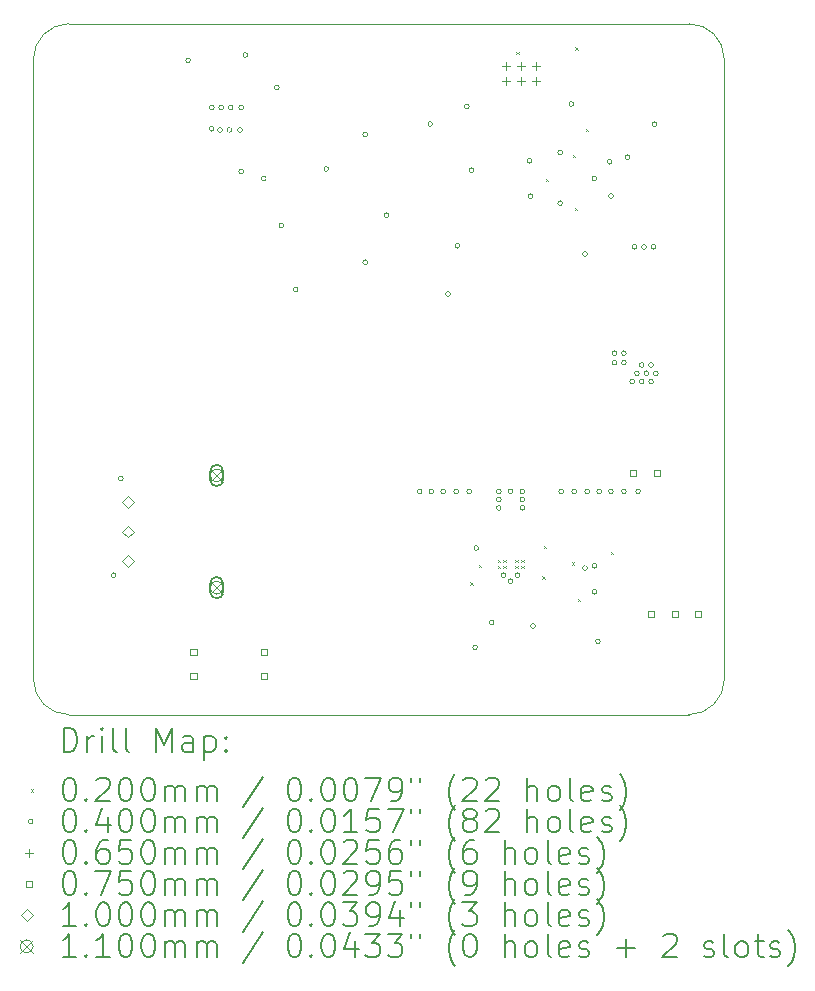
<source format=gbr>
%TF.GenerationSoftware,KiCad,Pcbnew,7.0.6*%
%TF.CreationDate,2024-03-18T22:30:34-04:00*%
%TF.ProjectId,Transmitter,5472616e-736d-4697-9474-65722e6b6963,rev?*%
%TF.SameCoordinates,Original*%
%TF.FileFunction,Drillmap*%
%TF.FilePolarity,Positive*%
%FSLAX45Y45*%
G04 Gerber Fmt 4.5, Leading zero omitted, Abs format (unit mm)*
G04 Created by KiCad (PCBNEW 7.0.6) date 2024-03-18 22:30:34*
%MOMM*%
%LPD*%
G01*
G04 APERTURE LIST*
%ADD10C,0.050000*%
%ADD11C,0.200000*%
%ADD12C,0.020000*%
%ADD13C,0.040000*%
%ADD14C,0.065000*%
%ADD15C,0.075000*%
%ADD16C,0.100000*%
%ADD17C,0.110000*%
G04 APERTURE END LIST*
D10*
X13750000Y-5700000D02*
G75*
G03*
X13450000Y-6000000I2132J-302132D01*
G01*
X13450000Y-6000000D02*
X13450000Y-11250000D01*
X19300000Y-11250000D02*
X19300000Y-6000000D01*
X19300000Y-6000000D02*
G75*
G03*
X19000000Y-5700000I-300000J0D01*
G01*
X13750000Y-11550000D02*
X19000000Y-11550000D01*
X19000000Y-5700000D02*
X13750000Y-5700000D01*
X13450000Y-11250000D02*
G75*
G03*
X13750000Y-11550000I300000J0D01*
G01*
X19000000Y-11550000D02*
G75*
G03*
X19300000Y-11250000I0J300000D01*
G01*
D11*
D12*
X17150000Y-10430000D02*
X17170000Y-10450000D01*
X17170000Y-10430000D02*
X17150000Y-10450000D01*
X17220000Y-10280000D02*
X17240000Y-10300000D01*
X17240000Y-10280000D02*
X17220000Y-10300000D01*
X17380000Y-10240000D02*
X17400000Y-10260000D01*
X17400000Y-10240000D02*
X17380000Y-10260000D01*
X17380000Y-10290000D02*
X17400000Y-10310000D01*
X17400000Y-10290000D02*
X17380000Y-10310000D01*
X17430000Y-10240000D02*
X17450000Y-10260000D01*
X17450000Y-10240000D02*
X17430000Y-10260000D01*
X17430000Y-10290000D02*
X17450000Y-10310000D01*
X17450000Y-10290000D02*
X17430000Y-10310000D01*
X17430000Y-10290000D02*
X17450000Y-10310000D01*
X17450000Y-10290000D02*
X17430000Y-10310000D01*
X17530000Y-10240000D02*
X17550000Y-10260000D01*
X17550000Y-10240000D02*
X17530000Y-10260000D01*
X17530000Y-10290000D02*
X17550000Y-10310000D01*
X17550000Y-10290000D02*
X17530000Y-10310000D01*
X17540000Y-5940000D02*
X17560000Y-5960000D01*
X17560000Y-5940000D02*
X17540000Y-5960000D01*
X17580000Y-10240000D02*
X17600000Y-10260000D01*
X17600000Y-10240000D02*
X17580000Y-10260000D01*
X17580000Y-10290000D02*
X17600000Y-10310000D01*
X17600000Y-10290000D02*
X17580000Y-10310000D01*
X17760378Y-10378424D02*
X17780378Y-10398424D01*
X17780378Y-10378424D02*
X17760378Y-10398424D01*
X17770000Y-10120000D02*
X17790000Y-10140000D01*
X17790000Y-10120000D02*
X17770000Y-10140000D01*
X17790000Y-7015150D02*
X17810000Y-7035150D01*
X17810000Y-7015150D02*
X17790000Y-7035150D01*
X18010000Y-10260000D02*
X18030000Y-10280000D01*
X18030000Y-10260000D02*
X18010000Y-10280000D01*
X18020000Y-6810000D02*
X18040000Y-6830000D01*
X18040000Y-6810000D02*
X18020000Y-6830000D01*
X18032240Y-7260150D02*
X18052240Y-7280150D01*
X18052240Y-7260150D02*
X18032240Y-7280150D01*
X18040000Y-5900000D02*
X18060000Y-5920000D01*
X18060000Y-5900000D02*
X18040000Y-5920000D01*
X18060000Y-10570000D02*
X18080000Y-10590000D01*
X18080000Y-10570000D02*
X18060000Y-10590000D01*
X18130000Y-6590000D02*
X18150000Y-6610000D01*
X18150000Y-6590000D02*
X18130000Y-6610000D01*
X18340000Y-10170000D02*
X18360000Y-10190000D01*
X18360000Y-10170000D02*
X18340000Y-10190000D01*
D13*
X14150000Y-10370000D02*
G75*
G03*
X14150000Y-10370000I-20000J0D01*
G01*
X14210000Y-9550000D02*
G75*
G03*
X14210000Y-9550000I-20000J0D01*
G01*
X14780000Y-6010000D02*
G75*
G03*
X14780000Y-6010000I-20000J0D01*
G01*
X14980000Y-6410000D02*
G75*
G03*
X14980000Y-6410000I-20000J0D01*
G01*
X14980000Y-6590000D02*
G75*
G03*
X14980000Y-6590000I-20000J0D01*
G01*
X15050000Y-6600000D02*
G75*
G03*
X15050000Y-6600000I-20000J0D01*
G01*
X15060000Y-6410000D02*
G75*
G03*
X15060000Y-6410000I-20000J0D01*
G01*
X15130000Y-6600000D02*
G75*
G03*
X15130000Y-6600000I-20000J0D01*
G01*
X15140000Y-6410000D02*
G75*
G03*
X15140000Y-6410000I-20000J0D01*
G01*
X15220000Y-6600000D02*
G75*
G03*
X15220000Y-6600000I-20000J0D01*
G01*
X15230000Y-6410000D02*
G75*
G03*
X15230000Y-6410000I-20000J0D01*
G01*
X15230000Y-6950000D02*
G75*
G03*
X15230000Y-6950000I-20000J0D01*
G01*
X15265000Y-5965000D02*
G75*
G03*
X15265000Y-5965000I-20000J0D01*
G01*
X15420000Y-7010000D02*
G75*
G03*
X15420000Y-7010000I-20000J0D01*
G01*
X15530000Y-6240000D02*
G75*
G03*
X15530000Y-6240000I-20000J0D01*
G01*
X15570000Y-7410000D02*
G75*
G03*
X15570000Y-7410000I-20000J0D01*
G01*
X15690000Y-7950000D02*
G75*
G03*
X15690000Y-7950000I-20000J0D01*
G01*
X15950000Y-6930000D02*
G75*
G03*
X15950000Y-6930000I-20000J0D01*
G01*
X16280000Y-6640000D02*
G75*
G03*
X16280000Y-6640000I-20000J0D01*
G01*
X16280000Y-7720000D02*
G75*
G03*
X16280000Y-7720000I-20000J0D01*
G01*
X16460000Y-7320000D02*
G75*
G03*
X16460000Y-7320000I-20000J0D01*
G01*
X16740000Y-9660000D02*
G75*
G03*
X16740000Y-9660000I-20000J0D01*
G01*
X16830000Y-6550000D02*
G75*
G03*
X16830000Y-6550000I-20000J0D01*
G01*
X16840000Y-9660000D02*
G75*
G03*
X16840000Y-9660000I-20000J0D01*
G01*
X16940000Y-9660000D02*
G75*
G03*
X16940000Y-9660000I-20000J0D01*
G01*
X16980000Y-7990000D02*
G75*
G03*
X16980000Y-7990000I-20000J0D01*
G01*
X17050000Y-9660000D02*
G75*
G03*
X17050000Y-9660000I-20000J0D01*
G01*
X17060000Y-7580000D02*
G75*
G03*
X17060000Y-7580000I-20000J0D01*
G01*
X17140000Y-6400000D02*
G75*
G03*
X17140000Y-6400000I-20000J0D01*
G01*
X17160000Y-9660000D02*
G75*
G03*
X17160000Y-9660000I-20000J0D01*
G01*
X17180000Y-6940000D02*
G75*
G03*
X17180000Y-6940000I-20000J0D01*
G01*
X17210000Y-10980000D02*
G75*
G03*
X17210000Y-10980000I-20000J0D01*
G01*
X17220000Y-10140000D02*
G75*
G03*
X17220000Y-10140000I-20000J0D01*
G01*
X17350000Y-10770000D02*
G75*
G03*
X17350000Y-10770000I-20000J0D01*
G01*
X17410000Y-9660000D02*
G75*
G03*
X17410000Y-9660000I-20000J0D01*
G01*
X17410000Y-9730000D02*
G75*
G03*
X17410000Y-9730000I-20000J0D01*
G01*
X17410000Y-9800000D02*
G75*
G03*
X17410000Y-9800000I-20000J0D01*
G01*
X17450000Y-10370000D02*
G75*
G03*
X17450000Y-10370000I-20000J0D01*
G01*
X17510000Y-9660000D02*
G75*
G03*
X17510000Y-9660000I-20000J0D01*
G01*
X17510000Y-10420000D02*
G75*
G03*
X17510000Y-10420000I-20000J0D01*
G01*
X17570000Y-10370000D02*
G75*
G03*
X17570000Y-10370000I-20000J0D01*
G01*
X17610000Y-9660000D02*
G75*
G03*
X17610000Y-9660000I-20000J0D01*
G01*
X17610000Y-9730000D02*
G75*
G03*
X17610000Y-9730000I-20000J0D01*
G01*
X17610000Y-9800000D02*
G75*
G03*
X17610000Y-9800000I-20000J0D01*
G01*
X17670000Y-6860000D02*
G75*
G03*
X17670000Y-6860000I-20000J0D01*
G01*
X17680000Y-7160000D02*
G75*
G03*
X17680000Y-7160000I-20000J0D01*
G01*
X17700000Y-10800000D02*
G75*
G03*
X17700000Y-10800000I-20000J0D01*
G01*
X17930000Y-6790000D02*
G75*
G03*
X17930000Y-6790000I-20000J0D01*
G01*
X17930000Y-7220000D02*
G75*
G03*
X17930000Y-7220000I-20000J0D01*
G01*
X17940000Y-9660000D02*
G75*
G03*
X17940000Y-9660000I-20000J0D01*
G01*
X18025000Y-6380000D02*
G75*
G03*
X18025000Y-6380000I-20000J0D01*
G01*
X18050000Y-9660000D02*
G75*
G03*
X18050000Y-9660000I-20000J0D01*
G01*
X18140000Y-7650000D02*
G75*
G03*
X18140000Y-7650000I-20000J0D01*
G01*
X18140000Y-10310000D02*
G75*
G03*
X18140000Y-10310000I-20000J0D01*
G01*
X18160000Y-9660000D02*
G75*
G03*
X18160000Y-9660000I-20000J0D01*
G01*
X18220000Y-7010000D02*
G75*
G03*
X18220000Y-7010000I-20000J0D01*
G01*
X18220000Y-10290000D02*
G75*
G03*
X18220000Y-10290000I-20000J0D01*
G01*
X18220000Y-10510000D02*
G75*
G03*
X18220000Y-10510000I-20000J0D01*
G01*
X18250000Y-10930000D02*
G75*
G03*
X18250000Y-10930000I-20000J0D01*
G01*
X18260000Y-9660000D02*
G75*
G03*
X18260000Y-9660000I-20000J0D01*
G01*
X18350000Y-6870000D02*
G75*
G03*
X18350000Y-6870000I-20000J0D01*
G01*
X18360000Y-7160000D02*
G75*
G03*
X18360000Y-7160000I-20000J0D01*
G01*
X18360050Y-9660000D02*
G75*
G03*
X18360050Y-9660000I-20000J0D01*
G01*
X18390000Y-8490000D02*
G75*
G03*
X18390000Y-8490000I-20000J0D01*
G01*
X18390000Y-8570000D02*
G75*
G03*
X18390000Y-8570000I-20000J0D01*
G01*
X18470000Y-8490000D02*
G75*
G03*
X18470000Y-8490000I-20000J0D01*
G01*
X18470000Y-8570000D02*
G75*
G03*
X18470000Y-8570000I-20000J0D01*
G01*
X18470350Y-9660000D02*
G75*
G03*
X18470350Y-9660000I-20000J0D01*
G01*
X18500000Y-6830000D02*
G75*
G03*
X18500000Y-6830000I-20000J0D01*
G01*
X18540000Y-8730000D02*
G75*
G03*
X18540000Y-8730000I-20000J0D01*
G01*
X18560000Y-7590000D02*
G75*
G03*
X18560000Y-7590000I-20000J0D01*
G01*
X18580000Y-8660000D02*
G75*
G03*
X18580000Y-8660000I-20000J0D01*
G01*
X18590000Y-9660000D02*
G75*
G03*
X18590000Y-9660000I-20000J0D01*
G01*
X18620000Y-8590000D02*
G75*
G03*
X18620000Y-8590000I-20000J0D01*
G01*
X18620000Y-8730000D02*
G75*
G03*
X18620000Y-8730000I-20000J0D01*
G01*
X18640000Y-7590000D02*
G75*
G03*
X18640000Y-7590000I-20000J0D01*
G01*
X18660000Y-8660000D02*
G75*
G03*
X18660000Y-8660000I-20000J0D01*
G01*
X18700000Y-8590000D02*
G75*
G03*
X18700000Y-8590000I-20000J0D01*
G01*
X18700000Y-8730000D02*
G75*
G03*
X18700000Y-8730000I-20000J0D01*
G01*
X18720000Y-7590000D02*
G75*
G03*
X18720000Y-7590000I-20000J0D01*
G01*
X18730000Y-6550000D02*
G75*
G03*
X18730000Y-6550000I-20000J0D01*
G01*
X18740000Y-8660000D02*
G75*
G03*
X18740000Y-8660000I-20000J0D01*
G01*
D14*
X17453000Y-6027500D02*
X17453000Y-6092500D01*
X17420500Y-6060000D02*
X17485500Y-6060000D01*
X17453000Y-6154500D02*
X17453000Y-6219500D01*
X17420500Y-6187000D02*
X17485500Y-6187000D01*
X17580000Y-6027500D02*
X17580000Y-6092500D01*
X17547500Y-6060000D02*
X17612500Y-6060000D01*
X17580000Y-6154500D02*
X17580000Y-6219500D01*
X17547500Y-6187000D02*
X17612500Y-6187000D01*
X17707000Y-6027500D02*
X17707000Y-6092500D01*
X17674500Y-6060000D02*
X17739500Y-6060000D01*
X17707000Y-6154500D02*
X17707000Y-6219500D01*
X17674500Y-6187000D02*
X17739500Y-6187000D01*
D15*
X14831517Y-11046517D02*
X14831517Y-10993483D01*
X14778483Y-10993483D01*
X14778483Y-11046517D01*
X14831517Y-11046517D01*
X14831517Y-11246517D02*
X14831517Y-11193483D01*
X14778483Y-11193483D01*
X14778483Y-11246517D01*
X14831517Y-11246517D01*
X15431517Y-11046517D02*
X15431517Y-10993483D01*
X15378483Y-10993483D01*
X15378483Y-11046517D01*
X15431517Y-11046517D01*
X15431517Y-11246517D02*
X15431517Y-11193483D01*
X15378483Y-11193483D01*
X15378483Y-11246517D01*
X15431517Y-11246517D01*
X18556517Y-9531517D02*
X18556517Y-9478483D01*
X18503483Y-9478483D01*
X18503483Y-9531517D01*
X18556517Y-9531517D01*
X18706517Y-10726517D02*
X18706517Y-10673483D01*
X18653483Y-10673483D01*
X18653483Y-10726517D01*
X18706517Y-10726517D01*
X18756517Y-9531517D02*
X18756517Y-9478483D01*
X18703483Y-9478483D01*
X18703483Y-9531517D01*
X18756517Y-9531517D01*
X18906517Y-10726517D02*
X18906517Y-10673483D01*
X18853483Y-10673483D01*
X18853483Y-10726517D01*
X18906517Y-10726517D01*
X19106517Y-10726517D02*
X19106517Y-10673483D01*
X19053483Y-10673483D01*
X19053483Y-10726517D01*
X19106517Y-10726517D01*
D16*
X14252000Y-9800000D02*
X14302000Y-9750000D01*
X14252000Y-9700000D01*
X14202000Y-9750000D01*
X14252000Y-9800000D01*
X14252000Y-10050000D02*
X14302000Y-10000000D01*
X14252000Y-9950000D01*
X14202000Y-10000000D01*
X14252000Y-10050000D01*
X14252000Y-10300000D02*
X14302000Y-10250000D01*
X14252000Y-10200000D01*
X14202000Y-10250000D01*
X14252000Y-10300000D01*
D17*
X14947000Y-9470000D02*
X15057000Y-9580000D01*
X15057000Y-9470000D02*
X14947000Y-9580000D01*
X15057000Y-9525000D02*
G75*
G03*
X15057000Y-9525000I-55000J0D01*
G01*
D11*
X14947000Y-9490000D02*
X14947000Y-9560000D01*
X14947000Y-9560000D02*
G75*
G03*
X15057000Y-9560000I55000J0D01*
G01*
X15057000Y-9560000D02*
X15057000Y-9490000D01*
X15057000Y-9490000D02*
G75*
G03*
X14947000Y-9490000I-55000J0D01*
G01*
D17*
X14947000Y-10420000D02*
X15057000Y-10530000D01*
X15057000Y-10420000D02*
X14947000Y-10530000D01*
X15057000Y-10475000D02*
G75*
G03*
X15057000Y-10475000I-55000J0D01*
G01*
D11*
X14947000Y-10440000D02*
X14947000Y-10510000D01*
X14947000Y-10510000D02*
G75*
G03*
X15057000Y-10510000I55000J0D01*
G01*
X15057000Y-10510000D02*
X15057000Y-10440000D01*
X15057000Y-10440000D02*
G75*
G03*
X14947000Y-10440000I-55000J0D01*
G01*
X13708277Y-11863984D02*
X13708277Y-11663984D01*
X13708277Y-11663984D02*
X13755896Y-11663984D01*
X13755896Y-11663984D02*
X13784467Y-11673508D01*
X13784467Y-11673508D02*
X13803515Y-11692555D01*
X13803515Y-11692555D02*
X13813039Y-11711603D01*
X13813039Y-11711603D02*
X13822562Y-11749698D01*
X13822562Y-11749698D02*
X13822562Y-11778269D01*
X13822562Y-11778269D02*
X13813039Y-11816365D01*
X13813039Y-11816365D02*
X13803515Y-11835412D01*
X13803515Y-11835412D02*
X13784467Y-11854460D01*
X13784467Y-11854460D02*
X13755896Y-11863984D01*
X13755896Y-11863984D02*
X13708277Y-11863984D01*
X13908277Y-11863984D02*
X13908277Y-11730650D01*
X13908277Y-11768746D02*
X13917801Y-11749698D01*
X13917801Y-11749698D02*
X13927324Y-11740174D01*
X13927324Y-11740174D02*
X13946372Y-11730650D01*
X13946372Y-11730650D02*
X13965420Y-11730650D01*
X14032086Y-11863984D02*
X14032086Y-11730650D01*
X14032086Y-11663984D02*
X14022562Y-11673508D01*
X14022562Y-11673508D02*
X14032086Y-11683031D01*
X14032086Y-11683031D02*
X14041610Y-11673508D01*
X14041610Y-11673508D02*
X14032086Y-11663984D01*
X14032086Y-11663984D02*
X14032086Y-11683031D01*
X14155896Y-11863984D02*
X14136848Y-11854460D01*
X14136848Y-11854460D02*
X14127324Y-11835412D01*
X14127324Y-11835412D02*
X14127324Y-11663984D01*
X14260658Y-11863984D02*
X14241610Y-11854460D01*
X14241610Y-11854460D02*
X14232086Y-11835412D01*
X14232086Y-11835412D02*
X14232086Y-11663984D01*
X14489229Y-11863984D02*
X14489229Y-11663984D01*
X14489229Y-11663984D02*
X14555896Y-11806841D01*
X14555896Y-11806841D02*
X14622562Y-11663984D01*
X14622562Y-11663984D02*
X14622562Y-11863984D01*
X14803515Y-11863984D02*
X14803515Y-11759222D01*
X14803515Y-11759222D02*
X14793991Y-11740174D01*
X14793991Y-11740174D02*
X14774943Y-11730650D01*
X14774943Y-11730650D02*
X14736848Y-11730650D01*
X14736848Y-11730650D02*
X14717801Y-11740174D01*
X14803515Y-11854460D02*
X14784467Y-11863984D01*
X14784467Y-11863984D02*
X14736848Y-11863984D01*
X14736848Y-11863984D02*
X14717801Y-11854460D01*
X14717801Y-11854460D02*
X14708277Y-11835412D01*
X14708277Y-11835412D02*
X14708277Y-11816365D01*
X14708277Y-11816365D02*
X14717801Y-11797317D01*
X14717801Y-11797317D02*
X14736848Y-11787793D01*
X14736848Y-11787793D02*
X14784467Y-11787793D01*
X14784467Y-11787793D02*
X14803515Y-11778269D01*
X14898753Y-11730650D02*
X14898753Y-11930650D01*
X14898753Y-11740174D02*
X14917801Y-11730650D01*
X14917801Y-11730650D02*
X14955896Y-11730650D01*
X14955896Y-11730650D02*
X14974943Y-11740174D01*
X14974943Y-11740174D02*
X14984467Y-11749698D01*
X14984467Y-11749698D02*
X14993991Y-11768746D01*
X14993991Y-11768746D02*
X14993991Y-11825888D01*
X14993991Y-11825888D02*
X14984467Y-11844936D01*
X14984467Y-11844936D02*
X14974943Y-11854460D01*
X14974943Y-11854460D02*
X14955896Y-11863984D01*
X14955896Y-11863984D02*
X14917801Y-11863984D01*
X14917801Y-11863984D02*
X14898753Y-11854460D01*
X15079705Y-11844936D02*
X15089229Y-11854460D01*
X15089229Y-11854460D02*
X15079705Y-11863984D01*
X15079705Y-11863984D02*
X15070182Y-11854460D01*
X15070182Y-11854460D02*
X15079705Y-11844936D01*
X15079705Y-11844936D02*
X15079705Y-11863984D01*
X15079705Y-11740174D02*
X15089229Y-11749698D01*
X15089229Y-11749698D02*
X15079705Y-11759222D01*
X15079705Y-11759222D02*
X15070182Y-11749698D01*
X15070182Y-11749698D02*
X15079705Y-11740174D01*
X15079705Y-11740174D02*
X15079705Y-11759222D01*
D12*
X13427500Y-12182500D02*
X13447500Y-12202500D01*
X13447500Y-12182500D02*
X13427500Y-12202500D01*
D11*
X13746372Y-12083984D02*
X13765420Y-12083984D01*
X13765420Y-12083984D02*
X13784467Y-12093508D01*
X13784467Y-12093508D02*
X13793991Y-12103031D01*
X13793991Y-12103031D02*
X13803515Y-12122079D01*
X13803515Y-12122079D02*
X13813039Y-12160174D01*
X13813039Y-12160174D02*
X13813039Y-12207793D01*
X13813039Y-12207793D02*
X13803515Y-12245888D01*
X13803515Y-12245888D02*
X13793991Y-12264936D01*
X13793991Y-12264936D02*
X13784467Y-12274460D01*
X13784467Y-12274460D02*
X13765420Y-12283984D01*
X13765420Y-12283984D02*
X13746372Y-12283984D01*
X13746372Y-12283984D02*
X13727324Y-12274460D01*
X13727324Y-12274460D02*
X13717801Y-12264936D01*
X13717801Y-12264936D02*
X13708277Y-12245888D01*
X13708277Y-12245888D02*
X13698753Y-12207793D01*
X13698753Y-12207793D02*
X13698753Y-12160174D01*
X13698753Y-12160174D02*
X13708277Y-12122079D01*
X13708277Y-12122079D02*
X13717801Y-12103031D01*
X13717801Y-12103031D02*
X13727324Y-12093508D01*
X13727324Y-12093508D02*
X13746372Y-12083984D01*
X13898753Y-12264936D02*
X13908277Y-12274460D01*
X13908277Y-12274460D02*
X13898753Y-12283984D01*
X13898753Y-12283984D02*
X13889229Y-12274460D01*
X13889229Y-12274460D02*
X13898753Y-12264936D01*
X13898753Y-12264936D02*
X13898753Y-12283984D01*
X13984467Y-12103031D02*
X13993991Y-12093508D01*
X13993991Y-12093508D02*
X14013039Y-12083984D01*
X14013039Y-12083984D02*
X14060658Y-12083984D01*
X14060658Y-12083984D02*
X14079705Y-12093508D01*
X14079705Y-12093508D02*
X14089229Y-12103031D01*
X14089229Y-12103031D02*
X14098753Y-12122079D01*
X14098753Y-12122079D02*
X14098753Y-12141127D01*
X14098753Y-12141127D02*
X14089229Y-12169698D01*
X14089229Y-12169698D02*
X13974943Y-12283984D01*
X13974943Y-12283984D02*
X14098753Y-12283984D01*
X14222562Y-12083984D02*
X14241610Y-12083984D01*
X14241610Y-12083984D02*
X14260658Y-12093508D01*
X14260658Y-12093508D02*
X14270182Y-12103031D01*
X14270182Y-12103031D02*
X14279705Y-12122079D01*
X14279705Y-12122079D02*
X14289229Y-12160174D01*
X14289229Y-12160174D02*
X14289229Y-12207793D01*
X14289229Y-12207793D02*
X14279705Y-12245888D01*
X14279705Y-12245888D02*
X14270182Y-12264936D01*
X14270182Y-12264936D02*
X14260658Y-12274460D01*
X14260658Y-12274460D02*
X14241610Y-12283984D01*
X14241610Y-12283984D02*
X14222562Y-12283984D01*
X14222562Y-12283984D02*
X14203515Y-12274460D01*
X14203515Y-12274460D02*
X14193991Y-12264936D01*
X14193991Y-12264936D02*
X14184467Y-12245888D01*
X14184467Y-12245888D02*
X14174943Y-12207793D01*
X14174943Y-12207793D02*
X14174943Y-12160174D01*
X14174943Y-12160174D02*
X14184467Y-12122079D01*
X14184467Y-12122079D02*
X14193991Y-12103031D01*
X14193991Y-12103031D02*
X14203515Y-12093508D01*
X14203515Y-12093508D02*
X14222562Y-12083984D01*
X14413039Y-12083984D02*
X14432086Y-12083984D01*
X14432086Y-12083984D02*
X14451134Y-12093508D01*
X14451134Y-12093508D02*
X14460658Y-12103031D01*
X14460658Y-12103031D02*
X14470182Y-12122079D01*
X14470182Y-12122079D02*
X14479705Y-12160174D01*
X14479705Y-12160174D02*
X14479705Y-12207793D01*
X14479705Y-12207793D02*
X14470182Y-12245888D01*
X14470182Y-12245888D02*
X14460658Y-12264936D01*
X14460658Y-12264936D02*
X14451134Y-12274460D01*
X14451134Y-12274460D02*
X14432086Y-12283984D01*
X14432086Y-12283984D02*
X14413039Y-12283984D01*
X14413039Y-12283984D02*
X14393991Y-12274460D01*
X14393991Y-12274460D02*
X14384467Y-12264936D01*
X14384467Y-12264936D02*
X14374943Y-12245888D01*
X14374943Y-12245888D02*
X14365420Y-12207793D01*
X14365420Y-12207793D02*
X14365420Y-12160174D01*
X14365420Y-12160174D02*
X14374943Y-12122079D01*
X14374943Y-12122079D02*
X14384467Y-12103031D01*
X14384467Y-12103031D02*
X14393991Y-12093508D01*
X14393991Y-12093508D02*
X14413039Y-12083984D01*
X14565420Y-12283984D02*
X14565420Y-12150650D01*
X14565420Y-12169698D02*
X14574943Y-12160174D01*
X14574943Y-12160174D02*
X14593991Y-12150650D01*
X14593991Y-12150650D02*
X14622563Y-12150650D01*
X14622563Y-12150650D02*
X14641610Y-12160174D01*
X14641610Y-12160174D02*
X14651134Y-12179222D01*
X14651134Y-12179222D02*
X14651134Y-12283984D01*
X14651134Y-12179222D02*
X14660658Y-12160174D01*
X14660658Y-12160174D02*
X14679705Y-12150650D01*
X14679705Y-12150650D02*
X14708277Y-12150650D01*
X14708277Y-12150650D02*
X14727324Y-12160174D01*
X14727324Y-12160174D02*
X14736848Y-12179222D01*
X14736848Y-12179222D02*
X14736848Y-12283984D01*
X14832086Y-12283984D02*
X14832086Y-12150650D01*
X14832086Y-12169698D02*
X14841610Y-12160174D01*
X14841610Y-12160174D02*
X14860658Y-12150650D01*
X14860658Y-12150650D02*
X14889229Y-12150650D01*
X14889229Y-12150650D02*
X14908277Y-12160174D01*
X14908277Y-12160174D02*
X14917801Y-12179222D01*
X14917801Y-12179222D02*
X14917801Y-12283984D01*
X14917801Y-12179222D02*
X14927324Y-12160174D01*
X14927324Y-12160174D02*
X14946372Y-12150650D01*
X14946372Y-12150650D02*
X14974943Y-12150650D01*
X14974943Y-12150650D02*
X14993991Y-12160174D01*
X14993991Y-12160174D02*
X15003515Y-12179222D01*
X15003515Y-12179222D02*
X15003515Y-12283984D01*
X15393991Y-12074460D02*
X15222563Y-12331603D01*
X15651134Y-12083984D02*
X15670182Y-12083984D01*
X15670182Y-12083984D02*
X15689229Y-12093508D01*
X15689229Y-12093508D02*
X15698753Y-12103031D01*
X15698753Y-12103031D02*
X15708277Y-12122079D01*
X15708277Y-12122079D02*
X15717801Y-12160174D01*
X15717801Y-12160174D02*
X15717801Y-12207793D01*
X15717801Y-12207793D02*
X15708277Y-12245888D01*
X15708277Y-12245888D02*
X15698753Y-12264936D01*
X15698753Y-12264936D02*
X15689229Y-12274460D01*
X15689229Y-12274460D02*
X15670182Y-12283984D01*
X15670182Y-12283984D02*
X15651134Y-12283984D01*
X15651134Y-12283984D02*
X15632086Y-12274460D01*
X15632086Y-12274460D02*
X15622563Y-12264936D01*
X15622563Y-12264936D02*
X15613039Y-12245888D01*
X15613039Y-12245888D02*
X15603515Y-12207793D01*
X15603515Y-12207793D02*
X15603515Y-12160174D01*
X15603515Y-12160174D02*
X15613039Y-12122079D01*
X15613039Y-12122079D02*
X15622563Y-12103031D01*
X15622563Y-12103031D02*
X15632086Y-12093508D01*
X15632086Y-12093508D02*
X15651134Y-12083984D01*
X15803515Y-12264936D02*
X15813039Y-12274460D01*
X15813039Y-12274460D02*
X15803515Y-12283984D01*
X15803515Y-12283984D02*
X15793991Y-12274460D01*
X15793991Y-12274460D02*
X15803515Y-12264936D01*
X15803515Y-12264936D02*
X15803515Y-12283984D01*
X15936848Y-12083984D02*
X15955896Y-12083984D01*
X15955896Y-12083984D02*
X15974944Y-12093508D01*
X15974944Y-12093508D02*
X15984467Y-12103031D01*
X15984467Y-12103031D02*
X15993991Y-12122079D01*
X15993991Y-12122079D02*
X16003515Y-12160174D01*
X16003515Y-12160174D02*
X16003515Y-12207793D01*
X16003515Y-12207793D02*
X15993991Y-12245888D01*
X15993991Y-12245888D02*
X15984467Y-12264936D01*
X15984467Y-12264936D02*
X15974944Y-12274460D01*
X15974944Y-12274460D02*
X15955896Y-12283984D01*
X15955896Y-12283984D02*
X15936848Y-12283984D01*
X15936848Y-12283984D02*
X15917801Y-12274460D01*
X15917801Y-12274460D02*
X15908277Y-12264936D01*
X15908277Y-12264936D02*
X15898753Y-12245888D01*
X15898753Y-12245888D02*
X15889229Y-12207793D01*
X15889229Y-12207793D02*
X15889229Y-12160174D01*
X15889229Y-12160174D02*
X15898753Y-12122079D01*
X15898753Y-12122079D02*
X15908277Y-12103031D01*
X15908277Y-12103031D02*
X15917801Y-12093508D01*
X15917801Y-12093508D02*
X15936848Y-12083984D01*
X16127325Y-12083984D02*
X16146372Y-12083984D01*
X16146372Y-12083984D02*
X16165420Y-12093508D01*
X16165420Y-12093508D02*
X16174944Y-12103031D01*
X16174944Y-12103031D02*
X16184467Y-12122079D01*
X16184467Y-12122079D02*
X16193991Y-12160174D01*
X16193991Y-12160174D02*
X16193991Y-12207793D01*
X16193991Y-12207793D02*
X16184467Y-12245888D01*
X16184467Y-12245888D02*
X16174944Y-12264936D01*
X16174944Y-12264936D02*
X16165420Y-12274460D01*
X16165420Y-12274460D02*
X16146372Y-12283984D01*
X16146372Y-12283984D02*
X16127325Y-12283984D01*
X16127325Y-12283984D02*
X16108277Y-12274460D01*
X16108277Y-12274460D02*
X16098753Y-12264936D01*
X16098753Y-12264936D02*
X16089229Y-12245888D01*
X16089229Y-12245888D02*
X16079706Y-12207793D01*
X16079706Y-12207793D02*
X16079706Y-12160174D01*
X16079706Y-12160174D02*
X16089229Y-12122079D01*
X16089229Y-12122079D02*
X16098753Y-12103031D01*
X16098753Y-12103031D02*
X16108277Y-12093508D01*
X16108277Y-12093508D02*
X16127325Y-12083984D01*
X16260658Y-12083984D02*
X16393991Y-12083984D01*
X16393991Y-12083984D02*
X16308277Y-12283984D01*
X16479706Y-12283984D02*
X16517801Y-12283984D01*
X16517801Y-12283984D02*
X16536848Y-12274460D01*
X16536848Y-12274460D02*
X16546372Y-12264936D01*
X16546372Y-12264936D02*
X16565420Y-12236365D01*
X16565420Y-12236365D02*
X16574944Y-12198269D01*
X16574944Y-12198269D02*
X16574944Y-12122079D01*
X16574944Y-12122079D02*
X16565420Y-12103031D01*
X16565420Y-12103031D02*
X16555896Y-12093508D01*
X16555896Y-12093508D02*
X16536848Y-12083984D01*
X16536848Y-12083984D02*
X16498753Y-12083984D01*
X16498753Y-12083984D02*
X16479706Y-12093508D01*
X16479706Y-12093508D02*
X16470182Y-12103031D01*
X16470182Y-12103031D02*
X16460658Y-12122079D01*
X16460658Y-12122079D02*
X16460658Y-12169698D01*
X16460658Y-12169698D02*
X16470182Y-12188746D01*
X16470182Y-12188746D02*
X16479706Y-12198269D01*
X16479706Y-12198269D02*
X16498753Y-12207793D01*
X16498753Y-12207793D02*
X16536848Y-12207793D01*
X16536848Y-12207793D02*
X16555896Y-12198269D01*
X16555896Y-12198269D02*
X16565420Y-12188746D01*
X16565420Y-12188746D02*
X16574944Y-12169698D01*
X16651134Y-12083984D02*
X16651134Y-12122079D01*
X16727325Y-12083984D02*
X16727325Y-12122079D01*
X17022563Y-12360174D02*
X17013039Y-12350650D01*
X17013039Y-12350650D02*
X16993991Y-12322079D01*
X16993991Y-12322079D02*
X16984468Y-12303031D01*
X16984468Y-12303031D02*
X16974944Y-12274460D01*
X16974944Y-12274460D02*
X16965420Y-12226841D01*
X16965420Y-12226841D02*
X16965420Y-12188746D01*
X16965420Y-12188746D02*
X16974944Y-12141127D01*
X16974944Y-12141127D02*
X16984468Y-12112555D01*
X16984468Y-12112555D02*
X16993991Y-12093508D01*
X16993991Y-12093508D02*
X17013039Y-12064936D01*
X17013039Y-12064936D02*
X17022563Y-12055412D01*
X17089230Y-12103031D02*
X17098753Y-12093508D01*
X17098753Y-12093508D02*
X17117801Y-12083984D01*
X17117801Y-12083984D02*
X17165420Y-12083984D01*
X17165420Y-12083984D02*
X17184468Y-12093508D01*
X17184468Y-12093508D02*
X17193991Y-12103031D01*
X17193991Y-12103031D02*
X17203515Y-12122079D01*
X17203515Y-12122079D02*
X17203515Y-12141127D01*
X17203515Y-12141127D02*
X17193991Y-12169698D01*
X17193991Y-12169698D02*
X17079706Y-12283984D01*
X17079706Y-12283984D02*
X17203515Y-12283984D01*
X17279706Y-12103031D02*
X17289230Y-12093508D01*
X17289230Y-12093508D02*
X17308277Y-12083984D01*
X17308277Y-12083984D02*
X17355896Y-12083984D01*
X17355896Y-12083984D02*
X17374944Y-12093508D01*
X17374944Y-12093508D02*
X17384468Y-12103031D01*
X17384468Y-12103031D02*
X17393991Y-12122079D01*
X17393991Y-12122079D02*
X17393991Y-12141127D01*
X17393991Y-12141127D02*
X17384468Y-12169698D01*
X17384468Y-12169698D02*
X17270182Y-12283984D01*
X17270182Y-12283984D02*
X17393991Y-12283984D01*
X17632087Y-12283984D02*
X17632087Y-12083984D01*
X17717801Y-12283984D02*
X17717801Y-12179222D01*
X17717801Y-12179222D02*
X17708277Y-12160174D01*
X17708277Y-12160174D02*
X17689230Y-12150650D01*
X17689230Y-12150650D02*
X17660658Y-12150650D01*
X17660658Y-12150650D02*
X17641611Y-12160174D01*
X17641611Y-12160174D02*
X17632087Y-12169698D01*
X17841611Y-12283984D02*
X17822563Y-12274460D01*
X17822563Y-12274460D02*
X17813039Y-12264936D01*
X17813039Y-12264936D02*
X17803515Y-12245888D01*
X17803515Y-12245888D02*
X17803515Y-12188746D01*
X17803515Y-12188746D02*
X17813039Y-12169698D01*
X17813039Y-12169698D02*
X17822563Y-12160174D01*
X17822563Y-12160174D02*
X17841611Y-12150650D01*
X17841611Y-12150650D02*
X17870182Y-12150650D01*
X17870182Y-12150650D02*
X17889230Y-12160174D01*
X17889230Y-12160174D02*
X17898753Y-12169698D01*
X17898753Y-12169698D02*
X17908277Y-12188746D01*
X17908277Y-12188746D02*
X17908277Y-12245888D01*
X17908277Y-12245888D02*
X17898753Y-12264936D01*
X17898753Y-12264936D02*
X17889230Y-12274460D01*
X17889230Y-12274460D02*
X17870182Y-12283984D01*
X17870182Y-12283984D02*
X17841611Y-12283984D01*
X18022563Y-12283984D02*
X18003515Y-12274460D01*
X18003515Y-12274460D02*
X17993992Y-12255412D01*
X17993992Y-12255412D02*
X17993992Y-12083984D01*
X18174944Y-12274460D02*
X18155896Y-12283984D01*
X18155896Y-12283984D02*
X18117801Y-12283984D01*
X18117801Y-12283984D02*
X18098753Y-12274460D01*
X18098753Y-12274460D02*
X18089230Y-12255412D01*
X18089230Y-12255412D02*
X18089230Y-12179222D01*
X18089230Y-12179222D02*
X18098753Y-12160174D01*
X18098753Y-12160174D02*
X18117801Y-12150650D01*
X18117801Y-12150650D02*
X18155896Y-12150650D01*
X18155896Y-12150650D02*
X18174944Y-12160174D01*
X18174944Y-12160174D02*
X18184468Y-12179222D01*
X18184468Y-12179222D02*
X18184468Y-12198269D01*
X18184468Y-12198269D02*
X18089230Y-12217317D01*
X18260658Y-12274460D02*
X18279706Y-12283984D01*
X18279706Y-12283984D02*
X18317801Y-12283984D01*
X18317801Y-12283984D02*
X18336849Y-12274460D01*
X18336849Y-12274460D02*
X18346373Y-12255412D01*
X18346373Y-12255412D02*
X18346373Y-12245888D01*
X18346373Y-12245888D02*
X18336849Y-12226841D01*
X18336849Y-12226841D02*
X18317801Y-12217317D01*
X18317801Y-12217317D02*
X18289230Y-12217317D01*
X18289230Y-12217317D02*
X18270182Y-12207793D01*
X18270182Y-12207793D02*
X18260658Y-12188746D01*
X18260658Y-12188746D02*
X18260658Y-12179222D01*
X18260658Y-12179222D02*
X18270182Y-12160174D01*
X18270182Y-12160174D02*
X18289230Y-12150650D01*
X18289230Y-12150650D02*
X18317801Y-12150650D01*
X18317801Y-12150650D02*
X18336849Y-12160174D01*
X18413039Y-12360174D02*
X18422563Y-12350650D01*
X18422563Y-12350650D02*
X18441611Y-12322079D01*
X18441611Y-12322079D02*
X18451134Y-12303031D01*
X18451134Y-12303031D02*
X18460658Y-12274460D01*
X18460658Y-12274460D02*
X18470182Y-12226841D01*
X18470182Y-12226841D02*
X18470182Y-12188746D01*
X18470182Y-12188746D02*
X18460658Y-12141127D01*
X18460658Y-12141127D02*
X18451134Y-12112555D01*
X18451134Y-12112555D02*
X18441611Y-12093508D01*
X18441611Y-12093508D02*
X18422563Y-12064936D01*
X18422563Y-12064936D02*
X18413039Y-12055412D01*
D13*
X13447500Y-12456500D02*
G75*
G03*
X13447500Y-12456500I-20000J0D01*
G01*
D11*
X13746372Y-12347984D02*
X13765420Y-12347984D01*
X13765420Y-12347984D02*
X13784467Y-12357508D01*
X13784467Y-12357508D02*
X13793991Y-12367031D01*
X13793991Y-12367031D02*
X13803515Y-12386079D01*
X13803515Y-12386079D02*
X13813039Y-12424174D01*
X13813039Y-12424174D02*
X13813039Y-12471793D01*
X13813039Y-12471793D02*
X13803515Y-12509888D01*
X13803515Y-12509888D02*
X13793991Y-12528936D01*
X13793991Y-12528936D02*
X13784467Y-12538460D01*
X13784467Y-12538460D02*
X13765420Y-12547984D01*
X13765420Y-12547984D02*
X13746372Y-12547984D01*
X13746372Y-12547984D02*
X13727324Y-12538460D01*
X13727324Y-12538460D02*
X13717801Y-12528936D01*
X13717801Y-12528936D02*
X13708277Y-12509888D01*
X13708277Y-12509888D02*
X13698753Y-12471793D01*
X13698753Y-12471793D02*
X13698753Y-12424174D01*
X13698753Y-12424174D02*
X13708277Y-12386079D01*
X13708277Y-12386079D02*
X13717801Y-12367031D01*
X13717801Y-12367031D02*
X13727324Y-12357508D01*
X13727324Y-12357508D02*
X13746372Y-12347984D01*
X13898753Y-12528936D02*
X13908277Y-12538460D01*
X13908277Y-12538460D02*
X13898753Y-12547984D01*
X13898753Y-12547984D02*
X13889229Y-12538460D01*
X13889229Y-12538460D02*
X13898753Y-12528936D01*
X13898753Y-12528936D02*
X13898753Y-12547984D01*
X14079705Y-12414650D02*
X14079705Y-12547984D01*
X14032086Y-12338460D02*
X13984467Y-12481317D01*
X13984467Y-12481317D02*
X14108277Y-12481317D01*
X14222562Y-12347984D02*
X14241610Y-12347984D01*
X14241610Y-12347984D02*
X14260658Y-12357508D01*
X14260658Y-12357508D02*
X14270182Y-12367031D01*
X14270182Y-12367031D02*
X14279705Y-12386079D01*
X14279705Y-12386079D02*
X14289229Y-12424174D01*
X14289229Y-12424174D02*
X14289229Y-12471793D01*
X14289229Y-12471793D02*
X14279705Y-12509888D01*
X14279705Y-12509888D02*
X14270182Y-12528936D01*
X14270182Y-12528936D02*
X14260658Y-12538460D01*
X14260658Y-12538460D02*
X14241610Y-12547984D01*
X14241610Y-12547984D02*
X14222562Y-12547984D01*
X14222562Y-12547984D02*
X14203515Y-12538460D01*
X14203515Y-12538460D02*
X14193991Y-12528936D01*
X14193991Y-12528936D02*
X14184467Y-12509888D01*
X14184467Y-12509888D02*
X14174943Y-12471793D01*
X14174943Y-12471793D02*
X14174943Y-12424174D01*
X14174943Y-12424174D02*
X14184467Y-12386079D01*
X14184467Y-12386079D02*
X14193991Y-12367031D01*
X14193991Y-12367031D02*
X14203515Y-12357508D01*
X14203515Y-12357508D02*
X14222562Y-12347984D01*
X14413039Y-12347984D02*
X14432086Y-12347984D01*
X14432086Y-12347984D02*
X14451134Y-12357508D01*
X14451134Y-12357508D02*
X14460658Y-12367031D01*
X14460658Y-12367031D02*
X14470182Y-12386079D01*
X14470182Y-12386079D02*
X14479705Y-12424174D01*
X14479705Y-12424174D02*
X14479705Y-12471793D01*
X14479705Y-12471793D02*
X14470182Y-12509888D01*
X14470182Y-12509888D02*
X14460658Y-12528936D01*
X14460658Y-12528936D02*
X14451134Y-12538460D01*
X14451134Y-12538460D02*
X14432086Y-12547984D01*
X14432086Y-12547984D02*
X14413039Y-12547984D01*
X14413039Y-12547984D02*
X14393991Y-12538460D01*
X14393991Y-12538460D02*
X14384467Y-12528936D01*
X14384467Y-12528936D02*
X14374943Y-12509888D01*
X14374943Y-12509888D02*
X14365420Y-12471793D01*
X14365420Y-12471793D02*
X14365420Y-12424174D01*
X14365420Y-12424174D02*
X14374943Y-12386079D01*
X14374943Y-12386079D02*
X14384467Y-12367031D01*
X14384467Y-12367031D02*
X14393991Y-12357508D01*
X14393991Y-12357508D02*
X14413039Y-12347984D01*
X14565420Y-12547984D02*
X14565420Y-12414650D01*
X14565420Y-12433698D02*
X14574943Y-12424174D01*
X14574943Y-12424174D02*
X14593991Y-12414650D01*
X14593991Y-12414650D02*
X14622563Y-12414650D01*
X14622563Y-12414650D02*
X14641610Y-12424174D01*
X14641610Y-12424174D02*
X14651134Y-12443222D01*
X14651134Y-12443222D02*
X14651134Y-12547984D01*
X14651134Y-12443222D02*
X14660658Y-12424174D01*
X14660658Y-12424174D02*
X14679705Y-12414650D01*
X14679705Y-12414650D02*
X14708277Y-12414650D01*
X14708277Y-12414650D02*
X14727324Y-12424174D01*
X14727324Y-12424174D02*
X14736848Y-12443222D01*
X14736848Y-12443222D02*
X14736848Y-12547984D01*
X14832086Y-12547984D02*
X14832086Y-12414650D01*
X14832086Y-12433698D02*
X14841610Y-12424174D01*
X14841610Y-12424174D02*
X14860658Y-12414650D01*
X14860658Y-12414650D02*
X14889229Y-12414650D01*
X14889229Y-12414650D02*
X14908277Y-12424174D01*
X14908277Y-12424174D02*
X14917801Y-12443222D01*
X14917801Y-12443222D02*
X14917801Y-12547984D01*
X14917801Y-12443222D02*
X14927324Y-12424174D01*
X14927324Y-12424174D02*
X14946372Y-12414650D01*
X14946372Y-12414650D02*
X14974943Y-12414650D01*
X14974943Y-12414650D02*
X14993991Y-12424174D01*
X14993991Y-12424174D02*
X15003515Y-12443222D01*
X15003515Y-12443222D02*
X15003515Y-12547984D01*
X15393991Y-12338460D02*
X15222563Y-12595603D01*
X15651134Y-12347984D02*
X15670182Y-12347984D01*
X15670182Y-12347984D02*
X15689229Y-12357508D01*
X15689229Y-12357508D02*
X15698753Y-12367031D01*
X15698753Y-12367031D02*
X15708277Y-12386079D01*
X15708277Y-12386079D02*
X15717801Y-12424174D01*
X15717801Y-12424174D02*
X15717801Y-12471793D01*
X15717801Y-12471793D02*
X15708277Y-12509888D01*
X15708277Y-12509888D02*
X15698753Y-12528936D01*
X15698753Y-12528936D02*
X15689229Y-12538460D01*
X15689229Y-12538460D02*
X15670182Y-12547984D01*
X15670182Y-12547984D02*
X15651134Y-12547984D01*
X15651134Y-12547984D02*
X15632086Y-12538460D01*
X15632086Y-12538460D02*
X15622563Y-12528936D01*
X15622563Y-12528936D02*
X15613039Y-12509888D01*
X15613039Y-12509888D02*
X15603515Y-12471793D01*
X15603515Y-12471793D02*
X15603515Y-12424174D01*
X15603515Y-12424174D02*
X15613039Y-12386079D01*
X15613039Y-12386079D02*
X15622563Y-12367031D01*
X15622563Y-12367031D02*
X15632086Y-12357508D01*
X15632086Y-12357508D02*
X15651134Y-12347984D01*
X15803515Y-12528936D02*
X15813039Y-12538460D01*
X15813039Y-12538460D02*
X15803515Y-12547984D01*
X15803515Y-12547984D02*
X15793991Y-12538460D01*
X15793991Y-12538460D02*
X15803515Y-12528936D01*
X15803515Y-12528936D02*
X15803515Y-12547984D01*
X15936848Y-12347984D02*
X15955896Y-12347984D01*
X15955896Y-12347984D02*
X15974944Y-12357508D01*
X15974944Y-12357508D02*
X15984467Y-12367031D01*
X15984467Y-12367031D02*
X15993991Y-12386079D01*
X15993991Y-12386079D02*
X16003515Y-12424174D01*
X16003515Y-12424174D02*
X16003515Y-12471793D01*
X16003515Y-12471793D02*
X15993991Y-12509888D01*
X15993991Y-12509888D02*
X15984467Y-12528936D01*
X15984467Y-12528936D02*
X15974944Y-12538460D01*
X15974944Y-12538460D02*
X15955896Y-12547984D01*
X15955896Y-12547984D02*
X15936848Y-12547984D01*
X15936848Y-12547984D02*
X15917801Y-12538460D01*
X15917801Y-12538460D02*
X15908277Y-12528936D01*
X15908277Y-12528936D02*
X15898753Y-12509888D01*
X15898753Y-12509888D02*
X15889229Y-12471793D01*
X15889229Y-12471793D02*
X15889229Y-12424174D01*
X15889229Y-12424174D02*
X15898753Y-12386079D01*
X15898753Y-12386079D02*
X15908277Y-12367031D01*
X15908277Y-12367031D02*
X15917801Y-12357508D01*
X15917801Y-12357508D02*
X15936848Y-12347984D01*
X16193991Y-12547984D02*
X16079706Y-12547984D01*
X16136848Y-12547984D02*
X16136848Y-12347984D01*
X16136848Y-12347984D02*
X16117801Y-12376555D01*
X16117801Y-12376555D02*
X16098753Y-12395603D01*
X16098753Y-12395603D02*
X16079706Y-12405127D01*
X16374944Y-12347984D02*
X16279706Y-12347984D01*
X16279706Y-12347984D02*
X16270182Y-12443222D01*
X16270182Y-12443222D02*
X16279706Y-12433698D01*
X16279706Y-12433698D02*
X16298753Y-12424174D01*
X16298753Y-12424174D02*
X16346372Y-12424174D01*
X16346372Y-12424174D02*
X16365420Y-12433698D01*
X16365420Y-12433698D02*
X16374944Y-12443222D01*
X16374944Y-12443222D02*
X16384467Y-12462269D01*
X16384467Y-12462269D02*
X16384467Y-12509888D01*
X16384467Y-12509888D02*
X16374944Y-12528936D01*
X16374944Y-12528936D02*
X16365420Y-12538460D01*
X16365420Y-12538460D02*
X16346372Y-12547984D01*
X16346372Y-12547984D02*
X16298753Y-12547984D01*
X16298753Y-12547984D02*
X16279706Y-12538460D01*
X16279706Y-12538460D02*
X16270182Y-12528936D01*
X16451134Y-12347984D02*
X16584467Y-12347984D01*
X16584467Y-12347984D02*
X16498753Y-12547984D01*
X16651134Y-12347984D02*
X16651134Y-12386079D01*
X16727325Y-12347984D02*
X16727325Y-12386079D01*
X17022563Y-12624174D02*
X17013039Y-12614650D01*
X17013039Y-12614650D02*
X16993991Y-12586079D01*
X16993991Y-12586079D02*
X16984468Y-12567031D01*
X16984468Y-12567031D02*
X16974944Y-12538460D01*
X16974944Y-12538460D02*
X16965420Y-12490841D01*
X16965420Y-12490841D02*
X16965420Y-12452746D01*
X16965420Y-12452746D02*
X16974944Y-12405127D01*
X16974944Y-12405127D02*
X16984468Y-12376555D01*
X16984468Y-12376555D02*
X16993991Y-12357508D01*
X16993991Y-12357508D02*
X17013039Y-12328936D01*
X17013039Y-12328936D02*
X17022563Y-12319412D01*
X17127325Y-12433698D02*
X17108277Y-12424174D01*
X17108277Y-12424174D02*
X17098753Y-12414650D01*
X17098753Y-12414650D02*
X17089230Y-12395603D01*
X17089230Y-12395603D02*
X17089230Y-12386079D01*
X17089230Y-12386079D02*
X17098753Y-12367031D01*
X17098753Y-12367031D02*
X17108277Y-12357508D01*
X17108277Y-12357508D02*
X17127325Y-12347984D01*
X17127325Y-12347984D02*
X17165420Y-12347984D01*
X17165420Y-12347984D02*
X17184468Y-12357508D01*
X17184468Y-12357508D02*
X17193991Y-12367031D01*
X17193991Y-12367031D02*
X17203515Y-12386079D01*
X17203515Y-12386079D02*
X17203515Y-12395603D01*
X17203515Y-12395603D02*
X17193991Y-12414650D01*
X17193991Y-12414650D02*
X17184468Y-12424174D01*
X17184468Y-12424174D02*
X17165420Y-12433698D01*
X17165420Y-12433698D02*
X17127325Y-12433698D01*
X17127325Y-12433698D02*
X17108277Y-12443222D01*
X17108277Y-12443222D02*
X17098753Y-12452746D01*
X17098753Y-12452746D02*
X17089230Y-12471793D01*
X17089230Y-12471793D02*
X17089230Y-12509888D01*
X17089230Y-12509888D02*
X17098753Y-12528936D01*
X17098753Y-12528936D02*
X17108277Y-12538460D01*
X17108277Y-12538460D02*
X17127325Y-12547984D01*
X17127325Y-12547984D02*
X17165420Y-12547984D01*
X17165420Y-12547984D02*
X17184468Y-12538460D01*
X17184468Y-12538460D02*
X17193991Y-12528936D01*
X17193991Y-12528936D02*
X17203515Y-12509888D01*
X17203515Y-12509888D02*
X17203515Y-12471793D01*
X17203515Y-12471793D02*
X17193991Y-12452746D01*
X17193991Y-12452746D02*
X17184468Y-12443222D01*
X17184468Y-12443222D02*
X17165420Y-12433698D01*
X17279706Y-12367031D02*
X17289230Y-12357508D01*
X17289230Y-12357508D02*
X17308277Y-12347984D01*
X17308277Y-12347984D02*
X17355896Y-12347984D01*
X17355896Y-12347984D02*
X17374944Y-12357508D01*
X17374944Y-12357508D02*
X17384468Y-12367031D01*
X17384468Y-12367031D02*
X17393991Y-12386079D01*
X17393991Y-12386079D02*
X17393991Y-12405127D01*
X17393991Y-12405127D02*
X17384468Y-12433698D01*
X17384468Y-12433698D02*
X17270182Y-12547984D01*
X17270182Y-12547984D02*
X17393991Y-12547984D01*
X17632087Y-12547984D02*
X17632087Y-12347984D01*
X17717801Y-12547984D02*
X17717801Y-12443222D01*
X17717801Y-12443222D02*
X17708277Y-12424174D01*
X17708277Y-12424174D02*
X17689230Y-12414650D01*
X17689230Y-12414650D02*
X17660658Y-12414650D01*
X17660658Y-12414650D02*
X17641611Y-12424174D01*
X17641611Y-12424174D02*
X17632087Y-12433698D01*
X17841611Y-12547984D02*
X17822563Y-12538460D01*
X17822563Y-12538460D02*
X17813039Y-12528936D01*
X17813039Y-12528936D02*
X17803515Y-12509888D01*
X17803515Y-12509888D02*
X17803515Y-12452746D01*
X17803515Y-12452746D02*
X17813039Y-12433698D01*
X17813039Y-12433698D02*
X17822563Y-12424174D01*
X17822563Y-12424174D02*
X17841611Y-12414650D01*
X17841611Y-12414650D02*
X17870182Y-12414650D01*
X17870182Y-12414650D02*
X17889230Y-12424174D01*
X17889230Y-12424174D02*
X17898753Y-12433698D01*
X17898753Y-12433698D02*
X17908277Y-12452746D01*
X17908277Y-12452746D02*
X17908277Y-12509888D01*
X17908277Y-12509888D02*
X17898753Y-12528936D01*
X17898753Y-12528936D02*
X17889230Y-12538460D01*
X17889230Y-12538460D02*
X17870182Y-12547984D01*
X17870182Y-12547984D02*
X17841611Y-12547984D01*
X18022563Y-12547984D02*
X18003515Y-12538460D01*
X18003515Y-12538460D02*
X17993992Y-12519412D01*
X17993992Y-12519412D02*
X17993992Y-12347984D01*
X18174944Y-12538460D02*
X18155896Y-12547984D01*
X18155896Y-12547984D02*
X18117801Y-12547984D01*
X18117801Y-12547984D02*
X18098753Y-12538460D01*
X18098753Y-12538460D02*
X18089230Y-12519412D01*
X18089230Y-12519412D02*
X18089230Y-12443222D01*
X18089230Y-12443222D02*
X18098753Y-12424174D01*
X18098753Y-12424174D02*
X18117801Y-12414650D01*
X18117801Y-12414650D02*
X18155896Y-12414650D01*
X18155896Y-12414650D02*
X18174944Y-12424174D01*
X18174944Y-12424174D02*
X18184468Y-12443222D01*
X18184468Y-12443222D02*
X18184468Y-12462269D01*
X18184468Y-12462269D02*
X18089230Y-12481317D01*
X18260658Y-12538460D02*
X18279706Y-12547984D01*
X18279706Y-12547984D02*
X18317801Y-12547984D01*
X18317801Y-12547984D02*
X18336849Y-12538460D01*
X18336849Y-12538460D02*
X18346373Y-12519412D01*
X18346373Y-12519412D02*
X18346373Y-12509888D01*
X18346373Y-12509888D02*
X18336849Y-12490841D01*
X18336849Y-12490841D02*
X18317801Y-12481317D01*
X18317801Y-12481317D02*
X18289230Y-12481317D01*
X18289230Y-12481317D02*
X18270182Y-12471793D01*
X18270182Y-12471793D02*
X18260658Y-12452746D01*
X18260658Y-12452746D02*
X18260658Y-12443222D01*
X18260658Y-12443222D02*
X18270182Y-12424174D01*
X18270182Y-12424174D02*
X18289230Y-12414650D01*
X18289230Y-12414650D02*
X18317801Y-12414650D01*
X18317801Y-12414650D02*
X18336849Y-12424174D01*
X18413039Y-12624174D02*
X18422563Y-12614650D01*
X18422563Y-12614650D02*
X18441611Y-12586079D01*
X18441611Y-12586079D02*
X18451134Y-12567031D01*
X18451134Y-12567031D02*
X18460658Y-12538460D01*
X18460658Y-12538460D02*
X18470182Y-12490841D01*
X18470182Y-12490841D02*
X18470182Y-12452746D01*
X18470182Y-12452746D02*
X18460658Y-12405127D01*
X18460658Y-12405127D02*
X18451134Y-12376555D01*
X18451134Y-12376555D02*
X18441611Y-12357508D01*
X18441611Y-12357508D02*
X18422563Y-12328936D01*
X18422563Y-12328936D02*
X18413039Y-12319412D01*
D14*
X13415000Y-12688000D02*
X13415000Y-12753000D01*
X13382500Y-12720500D02*
X13447500Y-12720500D01*
D11*
X13746372Y-12611984D02*
X13765420Y-12611984D01*
X13765420Y-12611984D02*
X13784467Y-12621508D01*
X13784467Y-12621508D02*
X13793991Y-12631031D01*
X13793991Y-12631031D02*
X13803515Y-12650079D01*
X13803515Y-12650079D02*
X13813039Y-12688174D01*
X13813039Y-12688174D02*
X13813039Y-12735793D01*
X13813039Y-12735793D02*
X13803515Y-12773888D01*
X13803515Y-12773888D02*
X13793991Y-12792936D01*
X13793991Y-12792936D02*
X13784467Y-12802460D01*
X13784467Y-12802460D02*
X13765420Y-12811984D01*
X13765420Y-12811984D02*
X13746372Y-12811984D01*
X13746372Y-12811984D02*
X13727324Y-12802460D01*
X13727324Y-12802460D02*
X13717801Y-12792936D01*
X13717801Y-12792936D02*
X13708277Y-12773888D01*
X13708277Y-12773888D02*
X13698753Y-12735793D01*
X13698753Y-12735793D02*
X13698753Y-12688174D01*
X13698753Y-12688174D02*
X13708277Y-12650079D01*
X13708277Y-12650079D02*
X13717801Y-12631031D01*
X13717801Y-12631031D02*
X13727324Y-12621508D01*
X13727324Y-12621508D02*
X13746372Y-12611984D01*
X13898753Y-12792936D02*
X13908277Y-12802460D01*
X13908277Y-12802460D02*
X13898753Y-12811984D01*
X13898753Y-12811984D02*
X13889229Y-12802460D01*
X13889229Y-12802460D02*
X13898753Y-12792936D01*
X13898753Y-12792936D02*
X13898753Y-12811984D01*
X14079705Y-12611984D02*
X14041610Y-12611984D01*
X14041610Y-12611984D02*
X14022562Y-12621508D01*
X14022562Y-12621508D02*
X14013039Y-12631031D01*
X14013039Y-12631031D02*
X13993991Y-12659603D01*
X13993991Y-12659603D02*
X13984467Y-12697698D01*
X13984467Y-12697698D02*
X13984467Y-12773888D01*
X13984467Y-12773888D02*
X13993991Y-12792936D01*
X13993991Y-12792936D02*
X14003515Y-12802460D01*
X14003515Y-12802460D02*
X14022562Y-12811984D01*
X14022562Y-12811984D02*
X14060658Y-12811984D01*
X14060658Y-12811984D02*
X14079705Y-12802460D01*
X14079705Y-12802460D02*
X14089229Y-12792936D01*
X14089229Y-12792936D02*
X14098753Y-12773888D01*
X14098753Y-12773888D02*
X14098753Y-12726269D01*
X14098753Y-12726269D02*
X14089229Y-12707222D01*
X14089229Y-12707222D02*
X14079705Y-12697698D01*
X14079705Y-12697698D02*
X14060658Y-12688174D01*
X14060658Y-12688174D02*
X14022562Y-12688174D01*
X14022562Y-12688174D02*
X14003515Y-12697698D01*
X14003515Y-12697698D02*
X13993991Y-12707222D01*
X13993991Y-12707222D02*
X13984467Y-12726269D01*
X14279705Y-12611984D02*
X14184467Y-12611984D01*
X14184467Y-12611984D02*
X14174943Y-12707222D01*
X14174943Y-12707222D02*
X14184467Y-12697698D01*
X14184467Y-12697698D02*
X14203515Y-12688174D01*
X14203515Y-12688174D02*
X14251134Y-12688174D01*
X14251134Y-12688174D02*
X14270182Y-12697698D01*
X14270182Y-12697698D02*
X14279705Y-12707222D01*
X14279705Y-12707222D02*
X14289229Y-12726269D01*
X14289229Y-12726269D02*
X14289229Y-12773888D01*
X14289229Y-12773888D02*
X14279705Y-12792936D01*
X14279705Y-12792936D02*
X14270182Y-12802460D01*
X14270182Y-12802460D02*
X14251134Y-12811984D01*
X14251134Y-12811984D02*
X14203515Y-12811984D01*
X14203515Y-12811984D02*
X14184467Y-12802460D01*
X14184467Y-12802460D02*
X14174943Y-12792936D01*
X14413039Y-12611984D02*
X14432086Y-12611984D01*
X14432086Y-12611984D02*
X14451134Y-12621508D01*
X14451134Y-12621508D02*
X14460658Y-12631031D01*
X14460658Y-12631031D02*
X14470182Y-12650079D01*
X14470182Y-12650079D02*
X14479705Y-12688174D01*
X14479705Y-12688174D02*
X14479705Y-12735793D01*
X14479705Y-12735793D02*
X14470182Y-12773888D01*
X14470182Y-12773888D02*
X14460658Y-12792936D01*
X14460658Y-12792936D02*
X14451134Y-12802460D01*
X14451134Y-12802460D02*
X14432086Y-12811984D01*
X14432086Y-12811984D02*
X14413039Y-12811984D01*
X14413039Y-12811984D02*
X14393991Y-12802460D01*
X14393991Y-12802460D02*
X14384467Y-12792936D01*
X14384467Y-12792936D02*
X14374943Y-12773888D01*
X14374943Y-12773888D02*
X14365420Y-12735793D01*
X14365420Y-12735793D02*
X14365420Y-12688174D01*
X14365420Y-12688174D02*
X14374943Y-12650079D01*
X14374943Y-12650079D02*
X14384467Y-12631031D01*
X14384467Y-12631031D02*
X14393991Y-12621508D01*
X14393991Y-12621508D02*
X14413039Y-12611984D01*
X14565420Y-12811984D02*
X14565420Y-12678650D01*
X14565420Y-12697698D02*
X14574943Y-12688174D01*
X14574943Y-12688174D02*
X14593991Y-12678650D01*
X14593991Y-12678650D02*
X14622563Y-12678650D01*
X14622563Y-12678650D02*
X14641610Y-12688174D01*
X14641610Y-12688174D02*
X14651134Y-12707222D01*
X14651134Y-12707222D02*
X14651134Y-12811984D01*
X14651134Y-12707222D02*
X14660658Y-12688174D01*
X14660658Y-12688174D02*
X14679705Y-12678650D01*
X14679705Y-12678650D02*
X14708277Y-12678650D01*
X14708277Y-12678650D02*
X14727324Y-12688174D01*
X14727324Y-12688174D02*
X14736848Y-12707222D01*
X14736848Y-12707222D02*
X14736848Y-12811984D01*
X14832086Y-12811984D02*
X14832086Y-12678650D01*
X14832086Y-12697698D02*
X14841610Y-12688174D01*
X14841610Y-12688174D02*
X14860658Y-12678650D01*
X14860658Y-12678650D02*
X14889229Y-12678650D01*
X14889229Y-12678650D02*
X14908277Y-12688174D01*
X14908277Y-12688174D02*
X14917801Y-12707222D01*
X14917801Y-12707222D02*
X14917801Y-12811984D01*
X14917801Y-12707222D02*
X14927324Y-12688174D01*
X14927324Y-12688174D02*
X14946372Y-12678650D01*
X14946372Y-12678650D02*
X14974943Y-12678650D01*
X14974943Y-12678650D02*
X14993991Y-12688174D01*
X14993991Y-12688174D02*
X15003515Y-12707222D01*
X15003515Y-12707222D02*
X15003515Y-12811984D01*
X15393991Y-12602460D02*
X15222563Y-12859603D01*
X15651134Y-12611984D02*
X15670182Y-12611984D01*
X15670182Y-12611984D02*
X15689229Y-12621508D01*
X15689229Y-12621508D02*
X15698753Y-12631031D01*
X15698753Y-12631031D02*
X15708277Y-12650079D01*
X15708277Y-12650079D02*
X15717801Y-12688174D01*
X15717801Y-12688174D02*
X15717801Y-12735793D01*
X15717801Y-12735793D02*
X15708277Y-12773888D01*
X15708277Y-12773888D02*
X15698753Y-12792936D01*
X15698753Y-12792936D02*
X15689229Y-12802460D01*
X15689229Y-12802460D02*
X15670182Y-12811984D01*
X15670182Y-12811984D02*
X15651134Y-12811984D01*
X15651134Y-12811984D02*
X15632086Y-12802460D01*
X15632086Y-12802460D02*
X15622563Y-12792936D01*
X15622563Y-12792936D02*
X15613039Y-12773888D01*
X15613039Y-12773888D02*
X15603515Y-12735793D01*
X15603515Y-12735793D02*
X15603515Y-12688174D01*
X15603515Y-12688174D02*
X15613039Y-12650079D01*
X15613039Y-12650079D02*
X15622563Y-12631031D01*
X15622563Y-12631031D02*
X15632086Y-12621508D01*
X15632086Y-12621508D02*
X15651134Y-12611984D01*
X15803515Y-12792936D02*
X15813039Y-12802460D01*
X15813039Y-12802460D02*
X15803515Y-12811984D01*
X15803515Y-12811984D02*
X15793991Y-12802460D01*
X15793991Y-12802460D02*
X15803515Y-12792936D01*
X15803515Y-12792936D02*
X15803515Y-12811984D01*
X15936848Y-12611984D02*
X15955896Y-12611984D01*
X15955896Y-12611984D02*
X15974944Y-12621508D01*
X15974944Y-12621508D02*
X15984467Y-12631031D01*
X15984467Y-12631031D02*
X15993991Y-12650079D01*
X15993991Y-12650079D02*
X16003515Y-12688174D01*
X16003515Y-12688174D02*
X16003515Y-12735793D01*
X16003515Y-12735793D02*
X15993991Y-12773888D01*
X15993991Y-12773888D02*
X15984467Y-12792936D01*
X15984467Y-12792936D02*
X15974944Y-12802460D01*
X15974944Y-12802460D02*
X15955896Y-12811984D01*
X15955896Y-12811984D02*
X15936848Y-12811984D01*
X15936848Y-12811984D02*
X15917801Y-12802460D01*
X15917801Y-12802460D02*
X15908277Y-12792936D01*
X15908277Y-12792936D02*
X15898753Y-12773888D01*
X15898753Y-12773888D02*
X15889229Y-12735793D01*
X15889229Y-12735793D02*
X15889229Y-12688174D01*
X15889229Y-12688174D02*
X15898753Y-12650079D01*
X15898753Y-12650079D02*
X15908277Y-12631031D01*
X15908277Y-12631031D02*
X15917801Y-12621508D01*
X15917801Y-12621508D02*
X15936848Y-12611984D01*
X16079706Y-12631031D02*
X16089229Y-12621508D01*
X16089229Y-12621508D02*
X16108277Y-12611984D01*
X16108277Y-12611984D02*
X16155896Y-12611984D01*
X16155896Y-12611984D02*
X16174944Y-12621508D01*
X16174944Y-12621508D02*
X16184467Y-12631031D01*
X16184467Y-12631031D02*
X16193991Y-12650079D01*
X16193991Y-12650079D02*
X16193991Y-12669127D01*
X16193991Y-12669127D02*
X16184467Y-12697698D01*
X16184467Y-12697698D02*
X16070182Y-12811984D01*
X16070182Y-12811984D02*
X16193991Y-12811984D01*
X16374944Y-12611984D02*
X16279706Y-12611984D01*
X16279706Y-12611984D02*
X16270182Y-12707222D01*
X16270182Y-12707222D02*
X16279706Y-12697698D01*
X16279706Y-12697698D02*
X16298753Y-12688174D01*
X16298753Y-12688174D02*
X16346372Y-12688174D01*
X16346372Y-12688174D02*
X16365420Y-12697698D01*
X16365420Y-12697698D02*
X16374944Y-12707222D01*
X16374944Y-12707222D02*
X16384467Y-12726269D01*
X16384467Y-12726269D02*
X16384467Y-12773888D01*
X16384467Y-12773888D02*
X16374944Y-12792936D01*
X16374944Y-12792936D02*
X16365420Y-12802460D01*
X16365420Y-12802460D02*
X16346372Y-12811984D01*
X16346372Y-12811984D02*
X16298753Y-12811984D01*
X16298753Y-12811984D02*
X16279706Y-12802460D01*
X16279706Y-12802460D02*
X16270182Y-12792936D01*
X16555896Y-12611984D02*
X16517801Y-12611984D01*
X16517801Y-12611984D02*
X16498753Y-12621508D01*
X16498753Y-12621508D02*
X16489229Y-12631031D01*
X16489229Y-12631031D02*
X16470182Y-12659603D01*
X16470182Y-12659603D02*
X16460658Y-12697698D01*
X16460658Y-12697698D02*
X16460658Y-12773888D01*
X16460658Y-12773888D02*
X16470182Y-12792936D01*
X16470182Y-12792936D02*
X16479706Y-12802460D01*
X16479706Y-12802460D02*
X16498753Y-12811984D01*
X16498753Y-12811984D02*
X16536848Y-12811984D01*
X16536848Y-12811984D02*
X16555896Y-12802460D01*
X16555896Y-12802460D02*
X16565420Y-12792936D01*
X16565420Y-12792936D02*
X16574944Y-12773888D01*
X16574944Y-12773888D02*
X16574944Y-12726269D01*
X16574944Y-12726269D02*
X16565420Y-12707222D01*
X16565420Y-12707222D02*
X16555896Y-12697698D01*
X16555896Y-12697698D02*
X16536848Y-12688174D01*
X16536848Y-12688174D02*
X16498753Y-12688174D01*
X16498753Y-12688174D02*
X16479706Y-12697698D01*
X16479706Y-12697698D02*
X16470182Y-12707222D01*
X16470182Y-12707222D02*
X16460658Y-12726269D01*
X16651134Y-12611984D02*
X16651134Y-12650079D01*
X16727325Y-12611984D02*
X16727325Y-12650079D01*
X17022563Y-12888174D02*
X17013039Y-12878650D01*
X17013039Y-12878650D02*
X16993991Y-12850079D01*
X16993991Y-12850079D02*
X16984468Y-12831031D01*
X16984468Y-12831031D02*
X16974944Y-12802460D01*
X16974944Y-12802460D02*
X16965420Y-12754841D01*
X16965420Y-12754841D02*
X16965420Y-12716746D01*
X16965420Y-12716746D02*
X16974944Y-12669127D01*
X16974944Y-12669127D02*
X16984468Y-12640555D01*
X16984468Y-12640555D02*
X16993991Y-12621508D01*
X16993991Y-12621508D02*
X17013039Y-12592936D01*
X17013039Y-12592936D02*
X17022563Y-12583412D01*
X17184468Y-12611984D02*
X17146372Y-12611984D01*
X17146372Y-12611984D02*
X17127325Y-12621508D01*
X17127325Y-12621508D02*
X17117801Y-12631031D01*
X17117801Y-12631031D02*
X17098753Y-12659603D01*
X17098753Y-12659603D02*
X17089230Y-12697698D01*
X17089230Y-12697698D02*
X17089230Y-12773888D01*
X17089230Y-12773888D02*
X17098753Y-12792936D01*
X17098753Y-12792936D02*
X17108277Y-12802460D01*
X17108277Y-12802460D02*
X17127325Y-12811984D01*
X17127325Y-12811984D02*
X17165420Y-12811984D01*
X17165420Y-12811984D02*
X17184468Y-12802460D01*
X17184468Y-12802460D02*
X17193991Y-12792936D01*
X17193991Y-12792936D02*
X17203515Y-12773888D01*
X17203515Y-12773888D02*
X17203515Y-12726269D01*
X17203515Y-12726269D02*
X17193991Y-12707222D01*
X17193991Y-12707222D02*
X17184468Y-12697698D01*
X17184468Y-12697698D02*
X17165420Y-12688174D01*
X17165420Y-12688174D02*
X17127325Y-12688174D01*
X17127325Y-12688174D02*
X17108277Y-12697698D01*
X17108277Y-12697698D02*
X17098753Y-12707222D01*
X17098753Y-12707222D02*
X17089230Y-12726269D01*
X17441611Y-12811984D02*
X17441611Y-12611984D01*
X17527325Y-12811984D02*
X17527325Y-12707222D01*
X17527325Y-12707222D02*
X17517801Y-12688174D01*
X17517801Y-12688174D02*
X17498753Y-12678650D01*
X17498753Y-12678650D02*
X17470182Y-12678650D01*
X17470182Y-12678650D02*
X17451134Y-12688174D01*
X17451134Y-12688174D02*
X17441611Y-12697698D01*
X17651134Y-12811984D02*
X17632087Y-12802460D01*
X17632087Y-12802460D02*
X17622563Y-12792936D01*
X17622563Y-12792936D02*
X17613039Y-12773888D01*
X17613039Y-12773888D02*
X17613039Y-12716746D01*
X17613039Y-12716746D02*
X17622563Y-12697698D01*
X17622563Y-12697698D02*
X17632087Y-12688174D01*
X17632087Y-12688174D02*
X17651134Y-12678650D01*
X17651134Y-12678650D02*
X17679706Y-12678650D01*
X17679706Y-12678650D02*
X17698753Y-12688174D01*
X17698753Y-12688174D02*
X17708277Y-12697698D01*
X17708277Y-12697698D02*
X17717801Y-12716746D01*
X17717801Y-12716746D02*
X17717801Y-12773888D01*
X17717801Y-12773888D02*
X17708277Y-12792936D01*
X17708277Y-12792936D02*
X17698753Y-12802460D01*
X17698753Y-12802460D02*
X17679706Y-12811984D01*
X17679706Y-12811984D02*
X17651134Y-12811984D01*
X17832087Y-12811984D02*
X17813039Y-12802460D01*
X17813039Y-12802460D02*
X17803515Y-12783412D01*
X17803515Y-12783412D02*
X17803515Y-12611984D01*
X17984468Y-12802460D02*
X17965420Y-12811984D01*
X17965420Y-12811984D02*
X17927325Y-12811984D01*
X17927325Y-12811984D02*
X17908277Y-12802460D01*
X17908277Y-12802460D02*
X17898753Y-12783412D01*
X17898753Y-12783412D02*
X17898753Y-12707222D01*
X17898753Y-12707222D02*
X17908277Y-12688174D01*
X17908277Y-12688174D02*
X17927325Y-12678650D01*
X17927325Y-12678650D02*
X17965420Y-12678650D01*
X17965420Y-12678650D02*
X17984468Y-12688174D01*
X17984468Y-12688174D02*
X17993992Y-12707222D01*
X17993992Y-12707222D02*
X17993992Y-12726269D01*
X17993992Y-12726269D02*
X17898753Y-12745317D01*
X18070182Y-12802460D02*
X18089230Y-12811984D01*
X18089230Y-12811984D02*
X18127325Y-12811984D01*
X18127325Y-12811984D02*
X18146373Y-12802460D01*
X18146373Y-12802460D02*
X18155896Y-12783412D01*
X18155896Y-12783412D02*
X18155896Y-12773888D01*
X18155896Y-12773888D02*
X18146373Y-12754841D01*
X18146373Y-12754841D02*
X18127325Y-12745317D01*
X18127325Y-12745317D02*
X18098753Y-12745317D01*
X18098753Y-12745317D02*
X18079706Y-12735793D01*
X18079706Y-12735793D02*
X18070182Y-12716746D01*
X18070182Y-12716746D02*
X18070182Y-12707222D01*
X18070182Y-12707222D02*
X18079706Y-12688174D01*
X18079706Y-12688174D02*
X18098753Y-12678650D01*
X18098753Y-12678650D02*
X18127325Y-12678650D01*
X18127325Y-12678650D02*
X18146373Y-12688174D01*
X18222563Y-12888174D02*
X18232087Y-12878650D01*
X18232087Y-12878650D02*
X18251134Y-12850079D01*
X18251134Y-12850079D02*
X18260658Y-12831031D01*
X18260658Y-12831031D02*
X18270182Y-12802460D01*
X18270182Y-12802460D02*
X18279706Y-12754841D01*
X18279706Y-12754841D02*
X18279706Y-12716746D01*
X18279706Y-12716746D02*
X18270182Y-12669127D01*
X18270182Y-12669127D02*
X18260658Y-12640555D01*
X18260658Y-12640555D02*
X18251134Y-12621508D01*
X18251134Y-12621508D02*
X18232087Y-12592936D01*
X18232087Y-12592936D02*
X18222563Y-12583412D01*
D15*
X13436517Y-13011017D02*
X13436517Y-12957983D01*
X13383483Y-12957983D01*
X13383483Y-13011017D01*
X13436517Y-13011017D01*
D11*
X13746372Y-12875984D02*
X13765420Y-12875984D01*
X13765420Y-12875984D02*
X13784467Y-12885508D01*
X13784467Y-12885508D02*
X13793991Y-12895031D01*
X13793991Y-12895031D02*
X13803515Y-12914079D01*
X13803515Y-12914079D02*
X13813039Y-12952174D01*
X13813039Y-12952174D02*
X13813039Y-12999793D01*
X13813039Y-12999793D02*
X13803515Y-13037888D01*
X13803515Y-13037888D02*
X13793991Y-13056936D01*
X13793991Y-13056936D02*
X13784467Y-13066460D01*
X13784467Y-13066460D02*
X13765420Y-13075984D01*
X13765420Y-13075984D02*
X13746372Y-13075984D01*
X13746372Y-13075984D02*
X13727324Y-13066460D01*
X13727324Y-13066460D02*
X13717801Y-13056936D01*
X13717801Y-13056936D02*
X13708277Y-13037888D01*
X13708277Y-13037888D02*
X13698753Y-12999793D01*
X13698753Y-12999793D02*
X13698753Y-12952174D01*
X13698753Y-12952174D02*
X13708277Y-12914079D01*
X13708277Y-12914079D02*
X13717801Y-12895031D01*
X13717801Y-12895031D02*
X13727324Y-12885508D01*
X13727324Y-12885508D02*
X13746372Y-12875984D01*
X13898753Y-13056936D02*
X13908277Y-13066460D01*
X13908277Y-13066460D02*
X13898753Y-13075984D01*
X13898753Y-13075984D02*
X13889229Y-13066460D01*
X13889229Y-13066460D02*
X13898753Y-13056936D01*
X13898753Y-13056936D02*
X13898753Y-13075984D01*
X13974943Y-12875984D02*
X14108277Y-12875984D01*
X14108277Y-12875984D02*
X14022562Y-13075984D01*
X14279705Y-12875984D02*
X14184467Y-12875984D01*
X14184467Y-12875984D02*
X14174943Y-12971222D01*
X14174943Y-12971222D02*
X14184467Y-12961698D01*
X14184467Y-12961698D02*
X14203515Y-12952174D01*
X14203515Y-12952174D02*
X14251134Y-12952174D01*
X14251134Y-12952174D02*
X14270182Y-12961698D01*
X14270182Y-12961698D02*
X14279705Y-12971222D01*
X14279705Y-12971222D02*
X14289229Y-12990269D01*
X14289229Y-12990269D02*
X14289229Y-13037888D01*
X14289229Y-13037888D02*
X14279705Y-13056936D01*
X14279705Y-13056936D02*
X14270182Y-13066460D01*
X14270182Y-13066460D02*
X14251134Y-13075984D01*
X14251134Y-13075984D02*
X14203515Y-13075984D01*
X14203515Y-13075984D02*
X14184467Y-13066460D01*
X14184467Y-13066460D02*
X14174943Y-13056936D01*
X14413039Y-12875984D02*
X14432086Y-12875984D01*
X14432086Y-12875984D02*
X14451134Y-12885508D01*
X14451134Y-12885508D02*
X14460658Y-12895031D01*
X14460658Y-12895031D02*
X14470182Y-12914079D01*
X14470182Y-12914079D02*
X14479705Y-12952174D01*
X14479705Y-12952174D02*
X14479705Y-12999793D01*
X14479705Y-12999793D02*
X14470182Y-13037888D01*
X14470182Y-13037888D02*
X14460658Y-13056936D01*
X14460658Y-13056936D02*
X14451134Y-13066460D01*
X14451134Y-13066460D02*
X14432086Y-13075984D01*
X14432086Y-13075984D02*
X14413039Y-13075984D01*
X14413039Y-13075984D02*
X14393991Y-13066460D01*
X14393991Y-13066460D02*
X14384467Y-13056936D01*
X14384467Y-13056936D02*
X14374943Y-13037888D01*
X14374943Y-13037888D02*
X14365420Y-12999793D01*
X14365420Y-12999793D02*
X14365420Y-12952174D01*
X14365420Y-12952174D02*
X14374943Y-12914079D01*
X14374943Y-12914079D02*
X14384467Y-12895031D01*
X14384467Y-12895031D02*
X14393991Y-12885508D01*
X14393991Y-12885508D02*
X14413039Y-12875984D01*
X14565420Y-13075984D02*
X14565420Y-12942650D01*
X14565420Y-12961698D02*
X14574943Y-12952174D01*
X14574943Y-12952174D02*
X14593991Y-12942650D01*
X14593991Y-12942650D02*
X14622563Y-12942650D01*
X14622563Y-12942650D02*
X14641610Y-12952174D01*
X14641610Y-12952174D02*
X14651134Y-12971222D01*
X14651134Y-12971222D02*
X14651134Y-13075984D01*
X14651134Y-12971222D02*
X14660658Y-12952174D01*
X14660658Y-12952174D02*
X14679705Y-12942650D01*
X14679705Y-12942650D02*
X14708277Y-12942650D01*
X14708277Y-12942650D02*
X14727324Y-12952174D01*
X14727324Y-12952174D02*
X14736848Y-12971222D01*
X14736848Y-12971222D02*
X14736848Y-13075984D01*
X14832086Y-13075984D02*
X14832086Y-12942650D01*
X14832086Y-12961698D02*
X14841610Y-12952174D01*
X14841610Y-12952174D02*
X14860658Y-12942650D01*
X14860658Y-12942650D02*
X14889229Y-12942650D01*
X14889229Y-12942650D02*
X14908277Y-12952174D01*
X14908277Y-12952174D02*
X14917801Y-12971222D01*
X14917801Y-12971222D02*
X14917801Y-13075984D01*
X14917801Y-12971222D02*
X14927324Y-12952174D01*
X14927324Y-12952174D02*
X14946372Y-12942650D01*
X14946372Y-12942650D02*
X14974943Y-12942650D01*
X14974943Y-12942650D02*
X14993991Y-12952174D01*
X14993991Y-12952174D02*
X15003515Y-12971222D01*
X15003515Y-12971222D02*
X15003515Y-13075984D01*
X15393991Y-12866460D02*
X15222563Y-13123603D01*
X15651134Y-12875984D02*
X15670182Y-12875984D01*
X15670182Y-12875984D02*
X15689229Y-12885508D01*
X15689229Y-12885508D02*
X15698753Y-12895031D01*
X15698753Y-12895031D02*
X15708277Y-12914079D01*
X15708277Y-12914079D02*
X15717801Y-12952174D01*
X15717801Y-12952174D02*
X15717801Y-12999793D01*
X15717801Y-12999793D02*
X15708277Y-13037888D01*
X15708277Y-13037888D02*
X15698753Y-13056936D01*
X15698753Y-13056936D02*
X15689229Y-13066460D01*
X15689229Y-13066460D02*
X15670182Y-13075984D01*
X15670182Y-13075984D02*
X15651134Y-13075984D01*
X15651134Y-13075984D02*
X15632086Y-13066460D01*
X15632086Y-13066460D02*
X15622563Y-13056936D01*
X15622563Y-13056936D02*
X15613039Y-13037888D01*
X15613039Y-13037888D02*
X15603515Y-12999793D01*
X15603515Y-12999793D02*
X15603515Y-12952174D01*
X15603515Y-12952174D02*
X15613039Y-12914079D01*
X15613039Y-12914079D02*
X15622563Y-12895031D01*
X15622563Y-12895031D02*
X15632086Y-12885508D01*
X15632086Y-12885508D02*
X15651134Y-12875984D01*
X15803515Y-13056936D02*
X15813039Y-13066460D01*
X15813039Y-13066460D02*
X15803515Y-13075984D01*
X15803515Y-13075984D02*
X15793991Y-13066460D01*
X15793991Y-13066460D02*
X15803515Y-13056936D01*
X15803515Y-13056936D02*
X15803515Y-13075984D01*
X15936848Y-12875984D02*
X15955896Y-12875984D01*
X15955896Y-12875984D02*
X15974944Y-12885508D01*
X15974944Y-12885508D02*
X15984467Y-12895031D01*
X15984467Y-12895031D02*
X15993991Y-12914079D01*
X15993991Y-12914079D02*
X16003515Y-12952174D01*
X16003515Y-12952174D02*
X16003515Y-12999793D01*
X16003515Y-12999793D02*
X15993991Y-13037888D01*
X15993991Y-13037888D02*
X15984467Y-13056936D01*
X15984467Y-13056936D02*
X15974944Y-13066460D01*
X15974944Y-13066460D02*
X15955896Y-13075984D01*
X15955896Y-13075984D02*
X15936848Y-13075984D01*
X15936848Y-13075984D02*
X15917801Y-13066460D01*
X15917801Y-13066460D02*
X15908277Y-13056936D01*
X15908277Y-13056936D02*
X15898753Y-13037888D01*
X15898753Y-13037888D02*
X15889229Y-12999793D01*
X15889229Y-12999793D02*
X15889229Y-12952174D01*
X15889229Y-12952174D02*
X15898753Y-12914079D01*
X15898753Y-12914079D02*
X15908277Y-12895031D01*
X15908277Y-12895031D02*
X15917801Y-12885508D01*
X15917801Y-12885508D02*
X15936848Y-12875984D01*
X16079706Y-12895031D02*
X16089229Y-12885508D01*
X16089229Y-12885508D02*
X16108277Y-12875984D01*
X16108277Y-12875984D02*
X16155896Y-12875984D01*
X16155896Y-12875984D02*
X16174944Y-12885508D01*
X16174944Y-12885508D02*
X16184467Y-12895031D01*
X16184467Y-12895031D02*
X16193991Y-12914079D01*
X16193991Y-12914079D02*
X16193991Y-12933127D01*
X16193991Y-12933127D02*
X16184467Y-12961698D01*
X16184467Y-12961698D02*
X16070182Y-13075984D01*
X16070182Y-13075984D02*
X16193991Y-13075984D01*
X16289229Y-13075984D02*
X16327325Y-13075984D01*
X16327325Y-13075984D02*
X16346372Y-13066460D01*
X16346372Y-13066460D02*
X16355896Y-13056936D01*
X16355896Y-13056936D02*
X16374944Y-13028365D01*
X16374944Y-13028365D02*
X16384467Y-12990269D01*
X16384467Y-12990269D02*
X16384467Y-12914079D01*
X16384467Y-12914079D02*
X16374944Y-12895031D01*
X16374944Y-12895031D02*
X16365420Y-12885508D01*
X16365420Y-12885508D02*
X16346372Y-12875984D01*
X16346372Y-12875984D02*
X16308277Y-12875984D01*
X16308277Y-12875984D02*
X16289229Y-12885508D01*
X16289229Y-12885508D02*
X16279706Y-12895031D01*
X16279706Y-12895031D02*
X16270182Y-12914079D01*
X16270182Y-12914079D02*
X16270182Y-12961698D01*
X16270182Y-12961698D02*
X16279706Y-12980746D01*
X16279706Y-12980746D02*
X16289229Y-12990269D01*
X16289229Y-12990269D02*
X16308277Y-12999793D01*
X16308277Y-12999793D02*
X16346372Y-12999793D01*
X16346372Y-12999793D02*
X16365420Y-12990269D01*
X16365420Y-12990269D02*
X16374944Y-12980746D01*
X16374944Y-12980746D02*
X16384467Y-12961698D01*
X16565420Y-12875984D02*
X16470182Y-12875984D01*
X16470182Y-12875984D02*
X16460658Y-12971222D01*
X16460658Y-12971222D02*
X16470182Y-12961698D01*
X16470182Y-12961698D02*
X16489229Y-12952174D01*
X16489229Y-12952174D02*
X16536848Y-12952174D01*
X16536848Y-12952174D02*
X16555896Y-12961698D01*
X16555896Y-12961698D02*
X16565420Y-12971222D01*
X16565420Y-12971222D02*
X16574944Y-12990269D01*
X16574944Y-12990269D02*
X16574944Y-13037888D01*
X16574944Y-13037888D02*
X16565420Y-13056936D01*
X16565420Y-13056936D02*
X16555896Y-13066460D01*
X16555896Y-13066460D02*
X16536848Y-13075984D01*
X16536848Y-13075984D02*
X16489229Y-13075984D01*
X16489229Y-13075984D02*
X16470182Y-13066460D01*
X16470182Y-13066460D02*
X16460658Y-13056936D01*
X16651134Y-12875984D02*
X16651134Y-12914079D01*
X16727325Y-12875984D02*
X16727325Y-12914079D01*
X17022563Y-13152174D02*
X17013039Y-13142650D01*
X17013039Y-13142650D02*
X16993991Y-13114079D01*
X16993991Y-13114079D02*
X16984468Y-13095031D01*
X16984468Y-13095031D02*
X16974944Y-13066460D01*
X16974944Y-13066460D02*
X16965420Y-13018841D01*
X16965420Y-13018841D02*
X16965420Y-12980746D01*
X16965420Y-12980746D02*
X16974944Y-12933127D01*
X16974944Y-12933127D02*
X16984468Y-12904555D01*
X16984468Y-12904555D02*
X16993991Y-12885508D01*
X16993991Y-12885508D02*
X17013039Y-12856936D01*
X17013039Y-12856936D02*
X17022563Y-12847412D01*
X17108277Y-13075984D02*
X17146372Y-13075984D01*
X17146372Y-13075984D02*
X17165420Y-13066460D01*
X17165420Y-13066460D02*
X17174944Y-13056936D01*
X17174944Y-13056936D02*
X17193991Y-13028365D01*
X17193991Y-13028365D02*
X17203515Y-12990269D01*
X17203515Y-12990269D02*
X17203515Y-12914079D01*
X17203515Y-12914079D02*
X17193991Y-12895031D01*
X17193991Y-12895031D02*
X17184468Y-12885508D01*
X17184468Y-12885508D02*
X17165420Y-12875984D01*
X17165420Y-12875984D02*
X17127325Y-12875984D01*
X17127325Y-12875984D02*
X17108277Y-12885508D01*
X17108277Y-12885508D02*
X17098753Y-12895031D01*
X17098753Y-12895031D02*
X17089230Y-12914079D01*
X17089230Y-12914079D02*
X17089230Y-12961698D01*
X17089230Y-12961698D02*
X17098753Y-12980746D01*
X17098753Y-12980746D02*
X17108277Y-12990269D01*
X17108277Y-12990269D02*
X17127325Y-12999793D01*
X17127325Y-12999793D02*
X17165420Y-12999793D01*
X17165420Y-12999793D02*
X17184468Y-12990269D01*
X17184468Y-12990269D02*
X17193991Y-12980746D01*
X17193991Y-12980746D02*
X17203515Y-12961698D01*
X17441611Y-13075984D02*
X17441611Y-12875984D01*
X17527325Y-13075984D02*
X17527325Y-12971222D01*
X17527325Y-12971222D02*
X17517801Y-12952174D01*
X17517801Y-12952174D02*
X17498753Y-12942650D01*
X17498753Y-12942650D02*
X17470182Y-12942650D01*
X17470182Y-12942650D02*
X17451134Y-12952174D01*
X17451134Y-12952174D02*
X17441611Y-12961698D01*
X17651134Y-13075984D02*
X17632087Y-13066460D01*
X17632087Y-13066460D02*
X17622563Y-13056936D01*
X17622563Y-13056936D02*
X17613039Y-13037888D01*
X17613039Y-13037888D02*
X17613039Y-12980746D01*
X17613039Y-12980746D02*
X17622563Y-12961698D01*
X17622563Y-12961698D02*
X17632087Y-12952174D01*
X17632087Y-12952174D02*
X17651134Y-12942650D01*
X17651134Y-12942650D02*
X17679706Y-12942650D01*
X17679706Y-12942650D02*
X17698753Y-12952174D01*
X17698753Y-12952174D02*
X17708277Y-12961698D01*
X17708277Y-12961698D02*
X17717801Y-12980746D01*
X17717801Y-12980746D02*
X17717801Y-13037888D01*
X17717801Y-13037888D02*
X17708277Y-13056936D01*
X17708277Y-13056936D02*
X17698753Y-13066460D01*
X17698753Y-13066460D02*
X17679706Y-13075984D01*
X17679706Y-13075984D02*
X17651134Y-13075984D01*
X17832087Y-13075984D02*
X17813039Y-13066460D01*
X17813039Y-13066460D02*
X17803515Y-13047412D01*
X17803515Y-13047412D02*
X17803515Y-12875984D01*
X17984468Y-13066460D02*
X17965420Y-13075984D01*
X17965420Y-13075984D02*
X17927325Y-13075984D01*
X17927325Y-13075984D02*
X17908277Y-13066460D01*
X17908277Y-13066460D02*
X17898753Y-13047412D01*
X17898753Y-13047412D02*
X17898753Y-12971222D01*
X17898753Y-12971222D02*
X17908277Y-12952174D01*
X17908277Y-12952174D02*
X17927325Y-12942650D01*
X17927325Y-12942650D02*
X17965420Y-12942650D01*
X17965420Y-12942650D02*
X17984468Y-12952174D01*
X17984468Y-12952174D02*
X17993992Y-12971222D01*
X17993992Y-12971222D02*
X17993992Y-12990269D01*
X17993992Y-12990269D02*
X17898753Y-13009317D01*
X18070182Y-13066460D02*
X18089230Y-13075984D01*
X18089230Y-13075984D02*
X18127325Y-13075984D01*
X18127325Y-13075984D02*
X18146373Y-13066460D01*
X18146373Y-13066460D02*
X18155896Y-13047412D01*
X18155896Y-13047412D02*
X18155896Y-13037888D01*
X18155896Y-13037888D02*
X18146373Y-13018841D01*
X18146373Y-13018841D02*
X18127325Y-13009317D01*
X18127325Y-13009317D02*
X18098753Y-13009317D01*
X18098753Y-13009317D02*
X18079706Y-12999793D01*
X18079706Y-12999793D02*
X18070182Y-12980746D01*
X18070182Y-12980746D02*
X18070182Y-12971222D01*
X18070182Y-12971222D02*
X18079706Y-12952174D01*
X18079706Y-12952174D02*
X18098753Y-12942650D01*
X18098753Y-12942650D02*
X18127325Y-12942650D01*
X18127325Y-12942650D02*
X18146373Y-12952174D01*
X18222563Y-13152174D02*
X18232087Y-13142650D01*
X18232087Y-13142650D02*
X18251134Y-13114079D01*
X18251134Y-13114079D02*
X18260658Y-13095031D01*
X18260658Y-13095031D02*
X18270182Y-13066460D01*
X18270182Y-13066460D02*
X18279706Y-13018841D01*
X18279706Y-13018841D02*
X18279706Y-12980746D01*
X18279706Y-12980746D02*
X18270182Y-12933127D01*
X18270182Y-12933127D02*
X18260658Y-12904555D01*
X18260658Y-12904555D02*
X18251134Y-12885508D01*
X18251134Y-12885508D02*
X18232087Y-12856936D01*
X18232087Y-12856936D02*
X18222563Y-12847412D01*
D16*
X13397500Y-13298500D02*
X13447500Y-13248500D01*
X13397500Y-13198500D01*
X13347500Y-13248500D01*
X13397500Y-13298500D01*
D11*
X13813039Y-13339984D02*
X13698753Y-13339984D01*
X13755896Y-13339984D02*
X13755896Y-13139984D01*
X13755896Y-13139984D02*
X13736848Y-13168555D01*
X13736848Y-13168555D02*
X13717801Y-13187603D01*
X13717801Y-13187603D02*
X13698753Y-13197127D01*
X13898753Y-13320936D02*
X13908277Y-13330460D01*
X13908277Y-13330460D02*
X13898753Y-13339984D01*
X13898753Y-13339984D02*
X13889229Y-13330460D01*
X13889229Y-13330460D02*
X13898753Y-13320936D01*
X13898753Y-13320936D02*
X13898753Y-13339984D01*
X14032086Y-13139984D02*
X14051134Y-13139984D01*
X14051134Y-13139984D02*
X14070182Y-13149508D01*
X14070182Y-13149508D02*
X14079705Y-13159031D01*
X14079705Y-13159031D02*
X14089229Y-13178079D01*
X14089229Y-13178079D02*
X14098753Y-13216174D01*
X14098753Y-13216174D02*
X14098753Y-13263793D01*
X14098753Y-13263793D02*
X14089229Y-13301888D01*
X14089229Y-13301888D02*
X14079705Y-13320936D01*
X14079705Y-13320936D02*
X14070182Y-13330460D01*
X14070182Y-13330460D02*
X14051134Y-13339984D01*
X14051134Y-13339984D02*
X14032086Y-13339984D01*
X14032086Y-13339984D02*
X14013039Y-13330460D01*
X14013039Y-13330460D02*
X14003515Y-13320936D01*
X14003515Y-13320936D02*
X13993991Y-13301888D01*
X13993991Y-13301888D02*
X13984467Y-13263793D01*
X13984467Y-13263793D02*
X13984467Y-13216174D01*
X13984467Y-13216174D02*
X13993991Y-13178079D01*
X13993991Y-13178079D02*
X14003515Y-13159031D01*
X14003515Y-13159031D02*
X14013039Y-13149508D01*
X14013039Y-13149508D02*
X14032086Y-13139984D01*
X14222562Y-13139984D02*
X14241610Y-13139984D01*
X14241610Y-13139984D02*
X14260658Y-13149508D01*
X14260658Y-13149508D02*
X14270182Y-13159031D01*
X14270182Y-13159031D02*
X14279705Y-13178079D01*
X14279705Y-13178079D02*
X14289229Y-13216174D01*
X14289229Y-13216174D02*
X14289229Y-13263793D01*
X14289229Y-13263793D02*
X14279705Y-13301888D01*
X14279705Y-13301888D02*
X14270182Y-13320936D01*
X14270182Y-13320936D02*
X14260658Y-13330460D01*
X14260658Y-13330460D02*
X14241610Y-13339984D01*
X14241610Y-13339984D02*
X14222562Y-13339984D01*
X14222562Y-13339984D02*
X14203515Y-13330460D01*
X14203515Y-13330460D02*
X14193991Y-13320936D01*
X14193991Y-13320936D02*
X14184467Y-13301888D01*
X14184467Y-13301888D02*
X14174943Y-13263793D01*
X14174943Y-13263793D02*
X14174943Y-13216174D01*
X14174943Y-13216174D02*
X14184467Y-13178079D01*
X14184467Y-13178079D02*
X14193991Y-13159031D01*
X14193991Y-13159031D02*
X14203515Y-13149508D01*
X14203515Y-13149508D02*
X14222562Y-13139984D01*
X14413039Y-13139984D02*
X14432086Y-13139984D01*
X14432086Y-13139984D02*
X14451134Y-13149508D01*
X14451134Y-13149508D02*
X14460658Y-13159031D01*
X14460658Y-13159031D02*
X14470182Y-13178079D01*
X14470182Y-13178079D02*
X14479705Y-13216174D01*
X14479705Y-13216174D02*
X14479705Y-13263793D01*
X14479705Y-13263793D02*
X14470182Y-13301888D01*
X14470182Y-13301888D02*
X14460658Y-13320936D01*
X14460658Y-13320936D02*
X14451134Y-13330460D01*
X14451134Y-13330460D02*
X14432086Y-13339984D01*
X14432086Y-13339984D02*
X14413039Y-13339984D01*
X14413039Y-13339984D02*
X14393991Y-13330460D01*
X14393991Y-13330460D02*
X14384467Y-13320936D01*
X14384467Y-13320936D02*
X14374943Y-13301888D01*
X14374943Y-13301888D02*
X14365420Y-13263793D01*
X14365420Y-13263793D02*
X14365420Y-13216174D01*
X14365420Y-13216174D02*
X14374943Y-13178079D01*
X14374943Y-13178079D02*
X14384467Y-13159031D01*
X14384467Y-13159031D02*
X14393991Y-13149508D01*
X14393991Y-13149508D02*
X14413039Y-13139984D01*
X14565420Y-13339984D02*
X14565420Y-13206650D01*
X14565420Y-13225698D02*
X14574943Y-13216174D01*
X14574943Y-13216174D02*
X14593991Y-13206650D01*
X14593991Y-13206650D02*
X14622563Y-13206650D01*
X14622563Y-13206650D02*
X14641610Y-13216174D01*
X14641610Y-13216174D02*
X14651134Y-13235222D01*
X14651134Y-13235222D02*
X14651134Y-13339984D01*
X14651134Y-13235222D02*
X14660658Y-13216174D01*
X14660658Y-13216174D02*
X14679705Y-13206650D01*
X14679705Y-13206650D02*
X14708277Y-13206650D01*
X14708277Y-13206650D02*
X14727324Y-13216174D01*
X14727324Y-13216174D02*
X14736848Y-13235222D01*
X14736848Y-13235222D02*
X14736848Y-13339984D01*
X14832086Y-13339984D02*
X14832086Y-13206650D01*
X14832086Y-13225698D02*
X14841610Y-13216174D01*
X14841610Y-13216174D02*
X14860658Y-13206650D01*
X14860658Y-13206650D02*
X14889229Y-13206650D01*
X14889229Y-13206650D02*
X14908277Y-13216174D01*
X14908277Y-13216174D02*
X14917801Y-13235222D01*
X14917801Y-13235222D02*
X14917801Y-13339984D01*
X14917801Y-13235222D02*
X14927324Y-13216174D01*
X14927324Y-13216174D02*
X14946372Y-13206650D01*
X14946372Y-13206650D02*
X14974943Y-13206650D01*
X14974943Y-13206650D02*
X14993991Y-13216174D01*
X14993991Y-13216174D02*
X15003515Y-13235222D01*
X15003515Y-13235222D02*
X15003515Y-13339984D01*
X15393991Y-13130460D02*
X15222563Y-13387603D01*
X15651134Y-13139984D02*
X15670182Y-13139984D01*
X15670182Y-13139984D02*
X15689229Y-13149508D01*
X15689229Y-13149508D02*
X15698753Y-13159031D01*
X15698753Y-13159031D02*
X15708277Y-13178079D01*
X15708277Y-13178079D02*
X15717801Y-13216174D01*
X15717801Y-13216174D02*
X15717801Y-13263793D01*
X15717801Y-13263793D02*
X15708277Y-13301888D01*
X15708277Y-13301888D02*
X15698753Y-13320936D01*
X15698753Y-13320936D02*
X15689229Y-13330460D01*
X15689229Y-13330460D02*
X15670182Y-13339984D01*
X15670182Y-13339984D02*
X15651134Y-13339984D01*
X15651134Y-13339984D02*
X15632086Y-13330460D01*
X15632086Y-13330460D02*
X15622563Y-13320936D01*
X15622563Y-13320936D02*
X15613039Y-13301888D01*
X15613039Y-13301888D02*
X15603515Y-13263793D01*
X15603515Y-13263793D02*
X15603515Y-13216174D01*
X15603515Y-13216174D02*
X15613039Y-13178079D01*
X15613039Y-13178079D02*
X15622563Y-13159031D01*
X15622563Y-13159031D02*
X15632086Y-13149508D01*
X15632086Y-13149508D02*
X15651134Y-13139984D01*
X15803515Y-13320936D02*
X15813039Y-13330460D01*
X15813039Y-13330460D02*
X15803515Y-13339984D01*
X15803515Y-13339984D02*
X15793991Y-13330460D01*
X15793991Y-13330460D02*
X15803515Y-13320936D01*
X15803515Y-13320936D02*
X15803515Y-13339984D01*
X15936848Y-13139984D02*
X15955896Y-13139984D01*
X15955896Y-13139984D02*
X15974944Y-13149508D01*
X15974944Y-13149508D02*
X15984467Y-13159031D01*
X15984467Y-13159031D02*
X15993991Y-13178079D01*
X15993991Y-13178079D02*
X16003515Y-13216174D01*
X16003515Y-13216174D02*
X16003515Y-13263793D01*
X16003515Y-13263793D02*
X15993991Y-13301888D01*
X15993991Y-13301888D02*
X15984467Y-13320936D01*
X15984467Y-13320936D02*
X15974944Y-13330460D01*
X15974944Y-13330460D02*
X15955896Y-13339984D01*
X15955896Y-13339984D02*
X15936848Y-13339984D01*
X15936848Y-13339984D02*
X15917801Y-13330460D01*
X15917801Y-13330460D02*
X15908277Y-13320936D01*
X15908277Y-13320936D02*
X15898753Y-13301888D01*
X15898753Y-13301888D02*
X15889229Y-13263793D01*
X15889229Y-13263793D02*
X15889229Y-13216174D01*
X15889229Y-13216174D02*
X15898753Y-13178079D01*
X15898753Y-13178079D02*
X15908277Y-13159031D01*
X15908277Y-13159031D02*
X15917801Y-13149508D01*
X15917801Y-13149508D02*
X15936848Y-13139984D01*
X16070182Y-13139984D02*
X16193991Y-13139984D01*
X16193991Y-13139984D02*
X16127325Y-13216174D01*
X16127325Y-13216174D02*
X16155896Y-13216174D01*
X16155896Y-13216174D02*
X16174944Y-13225698D01*
X16174944Y-13225698D02*
X16184467Y-13235222D01*
X16184467Y-13235222D02*
X16193991Y-13254269D01*
X16193991Y-13254269D02*
X16193991Y-13301888D01*
X16193991Y-13301888D02*
X16184467Y-13320936D01*
X16184467Y-13320936D02*
X16174944Y-13330460D01*
X16174944Y-13330460D02*
X16155896Y-13339984D01*
X16155896Y-13339984D02*
X16098753Y-13339984D01*
X16098753Y-13339984D02*
X16079706Y-13330460D01*
X16079706Y-13330460D02*
X16070182Y-13320936D01*
X16289229Y-13339984D02*
X16327325Y-13339984D01*
X16327325Y-13339984D02*
X16346372Y-13330460D01*
X16346372Y-13330460D02*
X16355896Y-13320936D01*
X16355896Y-13320936D02*
X16374944Y-13292365D01*
X16374944Y-13292365D02*
X16384467Y-13254269D01*
X16384467Y-13254269D02*
X16384467Y-13178079D01*
X16384467Y-13178079D02*
X16374944Y-13159031D01*
X16374944Y-13159031D02*
X16365420Y-13149508D01*
X16365420Y-13149508D02*
X16346372Y-13139984D01*
X16346372Y-13139984D02*
X16308277Y-13139984D01*
X16308277Y-13139984D02*
X16289229Y-13149508D01*
X16289229Y-13149508D02*
X16279706Y-13159031D01*
X16279706Y-13159031D02*
X16270182Y-13178079D01*
X16270182Y-13178079D02*
X16270182Y-13225698D01*
X16270182Y-13225698D02*
X16279706Y-13244746D01*
X16279706Y-13244746D02*
X16289229Y-13254269D01*
X16289229Y-13254269D02*
X16308277Y-13263793D01*
X16308277Y-13263793D02*
X16346372Y-13263793D01*
X16346372Y-13263793D02*
X16365420Y-13254269D01*
X16365420Y-13254269D02*
X16374944Y-13244746D01*
X16374944Y-13244746D02*
X16384467Y-13225698D01*
X16555896Y-13206650D02*
X16555896Y-13339984D01*
X16508277Y-13130460D02*
X16460658Y-13273317D01*
X16460658Y-13273317D02*
X16584467Y-13273317D01*
X16651134Y-13139984D02*
X16651134Y-13178079D01*
X16727325Y-13139984D02*
X16727325Y-13178079D01*
X17022563Y-13416174D02*
X17013039Y-13406650D01*
X17013039Y-13406650D02*
X16993991Y-13378079D01*
X16993991Y-13378079D02*
X16984468Y-13359031D01*
X16984468Y-13359031D02*
X16974944Y-13330460D01*
X16974944Y-13330460D02*
X16965420Y-13282841D01*
X16965420Y-13282841D02*
X16965420Y-13244746D01*
X16965420Y-13244746D02*
X16974944Y-13197127D01*
X16974944Y-13197127D02*
X16984468Y-13168555D01*
X16984468Y-13168555D02*
X16993991Y-13149508D01*
X16993991Y-13149508D02*
X17013039Y-13120936D01*
X17013039Y-13120936D02*
X17022563Y-13111412D01*
X17079706Y-13139984D02*
X17203515Y-13139984D01*
X17203515Y-13139984D02*
X17136849Y-13216174D01*
X17136849Y-13216174D02*
X17165420Y-13216174D01*
X17165420Y-13216174D02*
X17184468Y-13225698D01*
X17184468Y-13225698D02*
X17193991Y-13235222D01*
X17193991Y-13235222D02*
X17203515Y-13254269D01*
X17203515Y-13254269D02*
X17203515Y-13301888D01*
X17203515Y-13301888D02*
X17193991Y-13320936D01*
X17193991Y-13320936D02*
X17184468Y-13330460D01*
X17184468Y-13330460D02*
X17165420Y-13339984D01*
X17165420Y-13339984D02*
X17108277Y-13339984D01*
X17108277Y-13339984D02*
X17089230Y-13330460D01*
X17089230Y-13330460D02*
X17079706Y-13320936D01*
X17441611Y-13339984D02*
X17441611Y-13139984D01*
X17527325Y-13339984D02*
X17527325Y-13235222D01*
X17527325Y-13235222D02*
X17517801Y-13216174D01*
X17517801Y-13216174D02*
X17498753Y-13206650D01*
X17498753Y-13206650D02*
X17470182Y-13206650D01*
X17470182Y-13206650D02*
X17451134Y-13216174D01*
X17451134Y-13216174D02*
X17441611Y-13225698D01*
X17651134Y-13339984D02*
X17632087Y-13330460D01*
X17632087Y-13330460D02*
X17622563Y-13320936D01*
X17622563Y-13320936D02*
X17613039Y-13301888D01*
X17613039Y-13301888D02*
X17613039Y-13244746D01*
X17613039Y-13244746D02*
X17622563Y-13225698D01*
X17622563Y-13225698D02*
X17632087Y-13216174D01*
X17632087Y-13216174D02*
X17651134Y-13206650D01*
X17651134Y-13206650D02*
X17679706Y-13206650D01*
X17679706Y-13206650D02*
X17698753Y-13216174D01*
X17698753Y-13216174D02*
X17708277Y-13225698D01*
X17708277Y-13225698D02*
X17717801Y-13244746D01*
X17717801Y-13244746D02*
X17717801Y-13301888D01*
X17717801Y-13301888D02*
X17708277Y-13320936D01*
X17708277Y-13320936D02*
X17698753Y-13330460D01*
X17698753Y-13330460D02*
X17679706Y-13339984D01*
X17679706Y-13339984D02*
X17651134Y-13339984D01*
X17832087Y-13339984D02*
X17813039Y-13330460D01*
X17813039Y-13330460D02*
X17803515Y-13311412D01*
X17803515Y-13311412D02*
X17803515Y-13139984D01*
X17984468Y-13330460D02*
X17965420Y-13339984D01*
X17965420Y-13339984D02*
X17927325Y-13339984D01*
X17927325Y-13339984D02*
X17908277Y-13330460D01*
X17908277Y-13330460D02*
X17898753Y-13311412D01*
X17898753Y-13311412D02*
X17898753Y-13235222D01*
X17898753Y-13235222D02*
X17908277Y-13216174D01*
X17908277Y-13216174D02*
X17927325Y-13206650D01*
X17927325Y-13206650D02*
X17965420Y-13206650D01*
X17965420Y-13206650D02*
X17984468Y-13216174D01*
X17984468Y-13216174D02*
X17993992Y-13235222D01*
X17993992Y-13235222D02*
X17993992Y-13254269D01*
X17993992Y-13254269D02*
X17898753Y-13273317D01*
X18070182Y-13330460D02*
X18089230Y-13339984D01*
X18089230Y-13339984D02*
X18127325Y-13339984D01*
X18127325Y-13339984D02*
X18146373Y-13330460D01*
X18146373Y-13330460D02*
X18155896Y-13311412D01*
X18155896Y-13311412D02*
X18155896Y-13301888D01*
X18155896Y-13301888D02*
X18146373Y-13282841D01*
X18146373Y-13282841D02*
X18127325Y-13273317D01*
X18127325Y-13273317D02*
X18098753Y-13273317D01*
X18098753Y-13273317D02*
X18079706Y-13263793D01*
X18079706Y-13263793D02*
X18070182Y-13244746D01*
X18070182Y-13244746D02*
X18070182Y-13235222D01*
X18070182Y-13235222D02*
X18079706Y-13216174D01*
X18079706Y-13216174D02*
X18098753Y-13206650D01*
X18098753Y-13206650D02*
X18127325Y-13206650D01*
X18127325Y-13206650D02*
X18146373Y-13216174D01*
X18222563Y-13416174D02*
X18232087Y-13406650D01*
X18232087Y-13406650D02*
X18251134Y-13378079D01*
X18251134Y-13378079D02*
X18260658Y-13359031D01*
X18260658Y-13359031D02*
X18270182Y-13330460D01*
X18270182Y-13330460D02*
X18279706Y-13282841D01*
X18279706Y-13282841D02*
X18279706Y-13244746D01*
X18279706Y-13244746D02*
X18270182Y-13197127D01*
X18270182Y-13197127D02*
X18260658Y-13168555D01*
X18260658Y-13168555D02*
X18251134Y-13149508D01*
X18251134Y-13149508D02*
X18232087Y-13120936D01*
X18232087Y-13120936D02*
X18222563Y-13111412D01*
D17*
X13337500Y-13457500D02*
X13447500Y-13567500D01*
X13447500Y-13457500D02*
X13337500Y-13567500D01*
X13447500Y-13512500D02*
G75*
G03*
X13447500Y-13512500I-55000J0D01*
G01*
D11*
X13813039Y-13603984D02*
X13698753Y-13603984D01*
X13755896Y-13603984D02*
X13755896Y-13403984D01*
X13755896Y-13403984D02*
X13736848Y-13432555D01*
X13736848Y-13432555D02*
X13717801Y-13451603D01*
X13717801Y-13451603D02*
X13698753Y-13461127D01*
X13898753Y-13584936D02*
X13908277Y-13594460D01*
X13908277Y-13594460D02*
X13898753Y-13603984D01*
X13898753Y-13603984D02*
X13889229Y-13594460D01*
X13889229Y-13594460D02*
X13898753Y-13584936D01*
X13898753Y-13584936D02*
X13898753Y-13603984D01*
X14098753Y-13603984D02*
X13984467Y-13603984D01*
X14041610Y-13603984D02*
X14041610Y-13403984D01*
X14041610Y-13403984D02*
X14022562Y-13432555D01*
X14022562Y-13432555D02*
X14003515Y-13451603D01*
X14003515Y-13451603D02*
X13984467Y-13461127D01*
X14222562Y-13403984D02*
X14241610Y-13403984D01*
X14241610Y-13403984D02*
X14260658Y-13413508D01*
X14260658Y-13413508D02*
X14270182Y-13423031D01*
X14270182Y-13423031D02*
X14279705Y-13442079D01*
X14279705Y-13442079D02*
X14289229Y-13480174D01*
X14289229Y-13480174D02*
X14289229Y-13527793D01*
X14289229Y-13527793D02*
X14279705Y-13565888D01*
X14279705Y-13565888D02*
X14270182Y-13584936D01*
X14270182Y-13584936D02*
X14260658Y-13594460D01*
X14260658Y-13594460D02*
X14241610Y-13603984D01*
X14241610Y-13603984D02*
X14222562Y-13603984D01*
X14222562Y-13603984D02*
X14203515Y-13594460D01*
X14203515Y-13594460D02*
X14193991Y-13584936D01*
X14193991Y-13584936D02*
X14184467Y-13565888D01*
X14184467Y-13565888D02*
X14174943Y-13527793D01*
X14174943Y-13527793D02*
X14174943Y-13480174D01*
X14174943Y-13480174D02*
X14184467Y-13442079D01*
X14184467Y-13442079D02*
X14193991Y-13423031D01*
X14193991Y-13423031D02*
X14203515Y-13413508D01*
X14203515Y-13413508D02*
X14222562Y-13403984D01*
X14413039Y-13403984D02*
X14432086Y-13403984D01*
X14432086Y-13403984D02*
X14451134Y-13413508D01*
X14451134Y-13413508D02*
X14460658Y-13423031D01*
X14460658Y-13423031D02*
X14470182Y-13442079D01*
X14470182Y-13442079D02*
X14479705Y-13480174D01*
X14479705Y-13480174D02*
X14479705Y-13527793D01*
X14479705Y-13527793D02*
X14470182Y-13565888D01*
X14470182Y-13565888D02*
X14460658Y-13584936D01*
X14460658Y-13584936D02*
X14451134Y-13594460D01*
X14451134Y-13594460D02*
X14432086Y-13603984D01*
X14432086Y-13603984D02*
X14413039Y-13603984D01*
X14413039Y-13603984D02*
X14393991Y-13594460D01*
X14393991Y-13594460D02*
X14384467Y-13584936D01*
X14384467Y-13584936D02*
X14374943Y-13565888D01*
X14374943Y-13565888D02*
X14365420Y-13527793D01*
X14365420Y-13527793D02*
X14365420Y-13480174D01*
X14365420Y-13480174D02*
X14374943Y-13442079D01*
X14374943Y-13442079D02*
X14384467Y-13423031D01*
X14384467Y-13423031D02*
X14393991Y-13413508D01*
X14393991Y-13413508D02*
X14413039Y-13403984D01*
X14565420Y-13603984D02*
X14565420Y-13470650D01*
X14565420Y-13489698D02*
X14574943Y-13480174D01*
X14574943Y-13480174D02*
X14593991Y-13470650D01*
X14593991Y-13470650D02*
X14622563Y-13470650D01*
X14622563Y-13470650D02*
X14641610Y-13480174D01*
X14641610Y-13480174D02*
X14651134Y-13499222D01*
X14651134Y-13499222D02*
X14651134Y-13603984D01*
X14651134Y-13499222D02*
X14660658Y-13480174D01*
X14660658Y-13480174D02*
X14679705Y-13470650D01*
X14679705Y-13470650D02*
X14708277Y-13470650D01*
X14708277Y-13470650D02*
X14727324Y-13480174D01*
X14727324Y-13480174D02*
X14736848Y-13499222D01*
X14736848Y-13499222D02*
X14736848Y-13603984D01*
X14832086Y-13603984D02*
X14832086Y-13470650D01*
X14832086Y-13489698D02*
X14841610Y-13480174D01*
X14841610Y-13480174D02*
X14860658Y-13470650D01*
X14860658Y-13470650D02*
X14889229Y-13470650D01*
X14889229Y-13470650D02*
X14908277Y-13480174D01*
X14908277Y-13480174D02*
X14917801Y-13499222D01*
X14917801Y-13499222D02*
X14917801Y-13603984D01*
X14917801Y-13499222D02*
X14927324Y-13480174D01*
X14927324Y-13480174D02*
X14946372Y-13470650D01*
X14946372Y-13470650D02*
X14974943Y-13470650D01*
X14974943Y-13470650D02*
X14993991Y-13480174D01*
X14993991Y-13480174D02*
X15003515Y-13499222D01*
X15003515Y-13499222D02*
X15003515Y-13603984D01*
X15393991Y-13394460D02*
X15222563Y-13651603D01*
X15651134Y-13403984D02*
X15670182Y-13403984D01*
X15670182Y-13403984D02*
X15689229Y-13413508D01*
X15689229Y-13413508D02*
X15698753Y-13423031D01*
X15698753Y-13423031D02*
X15708277Y-13442079D01*
X15708277Y-13442079D02*
X15717801Y-13480174D01*
X15717801Y-13480174D02*
X15717801Y-13527793D01*
X15717801Y-13527793D02*
X15708277Y-13565888D01*
X15708277Y-13565888D02*
X15698753Y-13584936D01*
X15698753Y-13584936D02*
X15689229Y-13594460D01*
X15689229Y-13594460D02*
X15670182Y-13603984D01*
X15670182Y-13603984D02*
X15651134Y-13603984D01*
X15651134Y-13603984D02*
X15632086Y-13594460D01*
X15632086Y-13594460D02*
X15622563Y-13584936D01*
X15622563Y-13584936D02*
X15613039Y-13565888D01*
X15613039Y-13565888D02*
X15603515Y-13527793D01*
X15603515Y-13527793D02*
X15603515Y-13480174D01*
X15603515Y-13480174D02*
X15613039Y-13442079D01*
X15613039Y-13442079D02*
X15622563Y-13423031D01*
X15622563Y-13423031D02*
X15632086Y-13413508D01*
X15632086Y-13413508D02*
X15651134Y-13403984D01*
X15803515Y-13584936D02*
X15813039Y-13594460D01*
X15813039Y-13594460D02*
X15803515Y-13603984D01*
X15803515Y-13603984D02*
X15793991Y-13594460D01*
X15793991Y-13594460D02*
X15803515Y-13584936D01*
X15803515Y-13584936D02*
X15803515Y-13603984D01*
X15936848Y-13403984D02*
X15955896Y-13403984D01*
X15955896Y-13403984D02*
X15974944Y-13413508D01*
X15974944Y-13413508D02*
X15984467Y-13423031D01*
X15984467Y-13423031D02*
X15993991Y-13442079D01*
X15993991Y-13442079D02*
X16003515Y-13480174D01*
X16003515Y-13480174D02*
X16003515Y-13527793D01*
X16003515Y-13527793D02*
X15993991Y-13565888D01*
X15993991Y-13565888D02*
X15984467Y-13584936D01*
X15984467Y-13584936D02*
X15974944Y-13594460D01*
X15974944Y-13594460D02*
X15955896Y-13603984D01*
X15955896Y-13603984D02*
X15936848Y-13603984D01*
X15936848Y-13603984D02*
X15917801Y-13594460D01*
X15917801Y-13594460D02*
X15908277Y-13584936D01*
X15908277Y-13584936D02*
X15898753Y-13565888D01*
X15898753Y-13565888D02*
X15889229Y-13527793D01*
X15889229Y-13527793D02*
X15889229Y-13480174D01*
X15889229Y-13480174D02*
X15898753Y-13442079D01*
X15898753Y-13442079D02*
X15908277Y-13423031D01*
X15908277Y-13423031D02*
X15917801Y-13413508D01*
X15917801Y-13413508D02*
X15936848Y-13403984D01*
X16174944Y-13470650D02*
X16174944Y-13603984D01*
X16127325Y-13394460D02*
X16079706Y-13537317D01*
X16079706Y-13537317D02*
X16203515Y-13537317D01*
X16260658Y-13403984D02*
X16384467Y-13403984D01*
X16384467Y-13403984D02*
X16317801Y-13480174D01*
X16317801Y-13480174D02*
X16346372Y-13480174D01*
X16346372Y-13480174D02*
X16365420Y-13489698D01*
X16365420Y-13489698D02*
X16374944Y-13499222D01*
X16374944Y-13499222D02*
X16384467Y-13518269D01*
X16384467Y-13518269D02*
X16384467Y-13565888D01*
X16384467Y-13565888D02*
X16374944Y-13584936D01*
X16374944Y-13584936D02*
X16365420Y-13594460D01*
X16365420Y-13594460D02*
X16346372Y-13603984D01*
X16346372Y-13603984D02*
X16289229Y-13603984D01*
X16289229Y-13603984D02*
X16270182Y-13594460D01*
X16270182Y-13594460D02*
X16260658Y-13584936D01*
X16451134Y-13403984D02*
X16574944Y-13403984D01*
X16574944Y-13403984D02*
X16508277Y-13480174D01*
X16508277Y-13480174D02*
X16536848Y-13480174D01*
X16536848Y-13480174D02*
X16555896Y-13489698D01*
X16555896Y-13489698D02*
X16565420Y-13499222D01*
X16565420Y-13499222D02*
X16574944Y-13518269D01*
X16574944Y-13518269D02*
X16574944Y-13565888D01*
X16574944Y-13565888D02*
X16565420Y-13584936D01*
X16565420Y-13584936D02*
X16555896Y-13594460D01*
X16555896Y-13594460D02*
X16536848Y-13603984D01*
X16536848Y-13603984D02*
X16479706Y-13603984D01*
X16479706Y-13603984D02*
X16460658Y-13594460D01*
X16460658Y-13594460D02*
X16451134Y-13584936D01*
X16651134Y-13403984D02*
X16651134Y-13442079D01*
X16727325Y-13403984D02*
X16727325Y-13442079D01*
X17022563Y-13680174D02*
X17013039Y-13670650D01*
X17013039Y-13670650D02*
X16993991Y-13642079D01*
X16993991Y-13642079D02*
X16984468Y-13623031D01*
X16984468Y-13623031D02*
X16974944Y-13594460D01*
X16974944Y-13594460D02*
X16965420Y-13546841D01*
X16965420Y-13546841D02*
X16965420Y-13508746D01*
X16965420Y-13508746D02*
X16974944Y-13461127D01*
X16974944Y-13461127D02*
X16984468Y-13432555D01*
X16984468Y-13432555D02*
X16993991Y-13413508D01*
X16993991Y-13413508D02*
X17013039Y-13384936D01*
X17013039Y-13384936D02*
X17022563Y-13375412D01*
X17136849Y-13403984D02*
X17155896Y-13403984D01*
X17155896Y-13403984D02*
X17174944Y-13413508D01*
X17174944Y-13413508D02*
X17184468Y-13423031D01*
X17184468Y-13423031D02*
X17193991Y-13442079D01*
X17193991Y-13442079D02*
X17203515Y-13480174D01*
X17203515Y-13480174D02*
X17203515Y-13527793D01*
X17203515Y-13527793D02*
X17193991Y-13565888D01*
X17193991Y-13565888D02*
X17184468Y-13584936D01*
X17184468Y-13584936D02*
X17174944Y-13594460D01*
X17174944Y-13594460D02*
X17155896Y-13603984D01*
X17155896Y-13603984D02*
X17136849Y-13603984D01*
X17136849Y-13603984D02*
X17117801Y-13594460D01*
X17117801Y-13594460D02*
X17108277Y-13584936D01*
X17108277Y-13584936D02*
X17098753Y-13565888D01*
X17098753Y-13565888D02*
X17089230Y-13527793D01*
X17089230Y-13527793D02*
X17089230Y-13480174D01*
X17089230Y-13480174D02*
X17098753Y-13442079D01*
X17098753Y-13442079D02*
X17108277Y-13423031D01*
X17108277Y-13423031D02*
X17117801Y-13413508D01*
X17117801Y-13413508D02*
X17136849Y-13403984D01*
X17441611Y-13603984D02*
X17441611Y-13403984D01*
X17527325Y-13603984D02*
X17527325Y-13499222D01*
X17527325Y-13499222D02*
X17517801Y-13480174D01*
X17517801Y-13480174D02*
X17498753Y-13470650D01*
X17498753Y-13470650D02*
X17470182Y-13470650D01*
X17470182Y-13470650D02*
X17451134Y-13480174D01*
X17451134Y-13480174D02*
X17441611Y-13489698D01*
X17651134Y-13603984D02*
X17632087Y-13594460D01*
X17632087Y-13594460D02*
X17622563Y-13584936D01*
X17622563Y-13584936D02*
X17613039Y-13565888D01*
X17613039Y-13565888D02*
X17613039Y-13508746D01*
X17613039Y-13508746D02*
X17622563Y-13489698D01*
X17622563Y-13489698D02*
X17632087Y-13480174D01*
X17632087Y-13480174D02*
X17651134Y-13470650D01*
X17651134Y-13470650D02*
X17679706Y-13470650D01*
X17679706Y-13470650D02*
X17698753Y-13480174D01*
X17698753Y-13480174D02*
X17708277Y-13489698D01*
X17708277Y-13489698D02*
X17717801Y-13508746D01*
X17717801Y-13508746D02*
X17717801Y-13565888D01*
X17717801Y-13565888D02*
X17708277Y-13584936D01*
X17708277Y-13584936D02*
X17698753Y-13594460D01*
X17698753Y-13594460D02*
X17679706Y-13603984D01*
X17679706Y-13603984D02*
X17651134Y-13603984D01*
X17832087Y-13603984D02*
X17813039Y-13594460D01*
X17813039Y-13594460D02*
X17803515Y-13575412D01*
X17803515Y-13575412D02*
X17803515Y-13403984D01*
X17984468Y-13594460D02*
X17965420Y-13603984D01*
X17965420Y-13603984D02*
X17927325Y-13603984D01*
X17927325Y-13603984D02*
X17908277Y-13594460D01*
X17908277Y-13594460D02*
X17898753Y-13575412D01*
X17898753Y-13575412D02*
X17898753Y-13499222D01*
X17898753Y-13499222D02*
X17908277Y-13480174D01*
X17908277Y-13480174D02*
X17927325Y-13470650D01*
X17927325Y-13470650D02*
X17965420Y-13470650D01*
X17965420Y-13470650D02*
X17984468Y-13480174D01*
X17984468Y-13480174D02*
X17993992Y-13499222D01*
X17993992Y-13499222D02*
X17993992Y-13518269D01*
X17993992Y-13518269D02*
X17898753Y-13537317D01*
X18070182Y-13594460D02*
X18089230Y-13603984D01*
X18089230Y-13603984D02*
X18127325Y-13603984D01*
X18127325Y-13603984D02*
X18146373Y-13594460D01*
X18146373Y-13594460D02*
X18155896Y-13575412D01*
X18155896Y-13575412D02*
X18155896Y-13565888D01*
X18155896Y-13565888D02*
X18146373Y-13546841D01*
X18146373Y-13546841D02*
X18127325Y-13537317D01*
X18127325Y-13537317D02*
X18098753Y-13537317D01*
X18098753Y-13537317D02*
X18079706Y-13527793D01*
X18079706Y-13527793D02*
X18070182Y-13508746D01*
X18070182Y-13508746D02*
X18070182Y-13499222D01*
X18070182Y-13499222D02*
X18079706Y-13480174D01*
X18079706Y-13480174D02*
X18098753Y-13470650D01*
X18098753Y-13470650D02*
X18127325Y-13470650D01*
X18127325Y-13470650D02*
X18146373Y-13480174D01*
X18393992Y-13527793D02*
X18546373Y-13527793D01*
X18470182Y-13603984D02*
X18470182Y-13451603D01*
X18784468Y-13423031D02*
X18793992Y-13413508D01*
X18793992Y-13413508D02*
X18813039Y-13403984D01*
X18813039Y-13403984D02*
X18860658Y-13403984D01*
X18860658Y-13403984D02*
X18879706Y-13413508D01*
X18879706Y-13413508D02*
X18889230Y-13423031D01*
X18889230Y-13423031D02*
X18898754Y-13442079D01*
X18898754Y-13442079D02*
X18898754Y-13461127D01*
X18898754Y-13461127D02*
X18889230Y-13489698D01*
X18889230Y-13489698D02*
X18774944Y-13603984D01*
X18774944Y-13603984D02*
X18898754Y-13603984D01*
X19127325Y-13594460D02*
X19146373Y-13603984D01*
X19146373Y-13603984D02*
X19184468Y-13603984D01*
X19184468Y-13603984D02*
X19203516Y-13594460D01*
X19203516Y-13594460D02*
X19213039Y-13575412D01*
X19213039Y-13575412D02*
X19213039Y-13565888D01*
X19213039Y-13565888D02*
X19203516Y-13546841D01*
X19203516Y-13546841D02*
X19184468Y-13537317D01*
X19184468Y-13537317D02*
X19155896Y-13537317D01*
X19155896Y-13537317D02*
X19136849Y-13527793D01*
X19136849Y-13527793D02*
X19127325Y-13508746D01*
X19127325Y-13508746D02*
X19127325Y-13499222D01*
X19127325Y-13499222D02*
X19136849Y-13480174D01*
X19136849Y-13480174D02*
X19155896Y-13470650D01*
X19155896Y-13470650D02*
X19184468Y-13470650D01*
X19184468Y-13470650D02*
X19203516Y-13480174D01*
X19327325Y-13603984D02*
X19308277Y-13594460D01*
X19308277Y-13594460D02*
X19298754Y-13575412D01*
X19298754Y-13575412D02*
X19298754Y-13403984D01*
X19432087Y-13603984D02*
X19413039Y-13594460D01*
X19413039Y-13594460D02*
X19403516Y-13584936D01*
X19403516Y-13584936D02*
X19393992Y-13565888D01*
X19393992Y-13565888D02*
X19393992Y-13508746D01*
X19393992Y-13508746D02*
X19403516Y-13489698D01*
X19403516Y-13489698D02*
X19413039Y-13480174D01*
X19413039Y-13480174D02*
X19432087Y-13470650D01*
X19432087Y-13470650D02*
X19460658Y-13470650D01*
X19460658Y-13470650D02*
X19479706Y-13480174D01*
X19479706Y-13480174D02*
X19489230Y-13489698D01*
X19489230Y-13489698D02*
X19498754Y-13508746D01*
X19498754Y-13508746D02*
X19498754Y-13565888D01*
X19498754Y-13565888D02*
X19489230Y-13584936D01*
X19489230Y-13584936D02*
X19479706Y-13594460D01*
X19479706Y-13594460D02*
X19460658Y-13603984D01*
X19460658Y-13603984D02*
X19432087Y-13603984D01*
X19555897Y-13470650D02*
X19632087Y-13470650D01*
X19584468Y-13403984D02*
X19584468Y-13575412D01*
X19584468Y-13575412D02*
X19593992Y-13594460D01*
X19593992Y-13594460D02*
X19613039Y-13603984D01*
X19613039Y-13603984D02*
X19632087Y-13603984D01*
X19689230Y-13594460D02*
X19708277Y-13603984D01*
X19708277Y-13603984D02*
X19746373Y-13603984D01*
X19746373Y-13603984D02*
X19765420Y-13594460D01*
X19765420Y-13594460D02*
X19774944Y-13575412D01*
X19774944Y-13575412D02*
X19774944Y-13565888D01*
X19774944Y-13565888D02*
X19765420Y-13546841D01*
X19765420Y-13546841D02*
X19746373Y-13537317D01*
X19746373Y-13537317D02*
X19717801Y-13537317D01*
X19717801Y-13537317D02*
X19698754Y-13527793D01*
X19698754Y-13527793D02*
X19689230Y-13508746D01*
X19689230Y-13508746D02*
X19689230Y-13499222D01*
X19689230Y-13499222D02*
X19698754Y-13480174D01*
X19698754Y-13480174D02*
X19717801Y-13470650D01*
X19717801Y-13470650D02*
X19746373Y-13470650D01*
X19746373Y-13470650D02*
X19765420Y-13480174D01*
X19841611Y-13680174D02*
X19851135Y-13670650D01*
X19851135Y-13670650D02*
X19870182Y-13642079D01*
X19870182Y-13642079D02*
X19879706Y-13623031D01*
X19879706Y-13623031D02*
X19889230Y-13594460D01*
X19889230Y-13594460D02*
X19898754Y-13546841D01*
X19898754Y-13546841D02*
X19898754Y-13508746D01*
X19898754Y-13508746D02*
X19889230Y-13461127D01*
X19889230Y-13461127D02*
X19879706Y-13432555D01*
X19879706Y-13432555D02*
X19870182Y-13413508D01*
X19870182Y-13413508D02*
X19851135Y-13384936D01*
X19851135Y-13384936D02*
X19841611Y-13375412D01*
M02*

</source>
